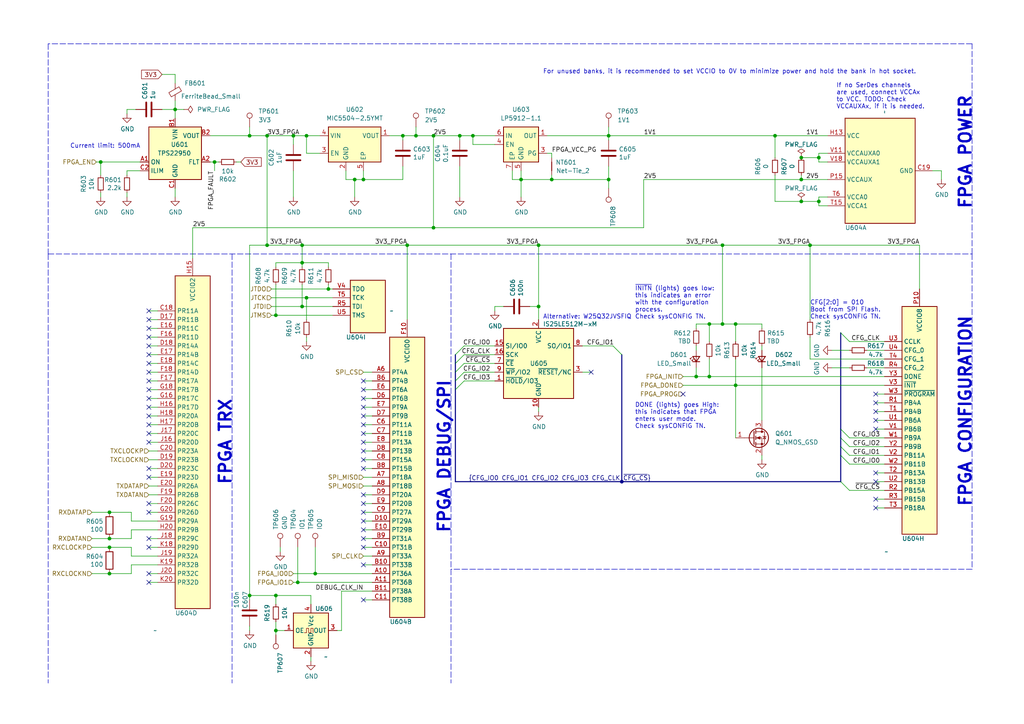
<source format=kicad_sch>
(kicad_sch (version 20211123) (generator eeschema)

  (uuid e6861313-0042-44a8-a0bd-deae1d0fda2f)

  (paper "A4")

  

  (junction (at 232.41 52.07) (diameter 0) (color 0 0 0 0)
    (uuid 01e26b73-600c-4a64-bdda-90283991ec5b)
  )
  (junction (at 72.39 39.37) (diameter 0) (color 0 0 0 0)
    (uuid 06dfeb88-f962-4ea2-b38a-39d1258be817)
  )
  (junction (at 31.75 148.59) (diameter 0) (color 0 0 0 0)
    (uuid 0d486e1b-ec2a-4c13-b68c-5a8bc7fbed29)
  )
  (junction (at 156.21 88.9) (diameter 0) (color 0 0 0 0)
    (uuid 113e5ba1-45db-4713-a4db-9ce8a01e32b5)
  )
  (junction (at 88.9 39.37) (diameter 0) (color 0 0 0 0)
    (uuid 129519b5-bc1e-406a-b3ff-f03ddcb3f164)
  )
  (junction (at 205.74 93.98) (diameter 0) (color 0 0 0 0)
    (uuid 175a04b6-29eb-4bba-9e0a-ea2dc8a0d5c6)
  )
  (junction (at 237.49 58.42) (diameter 0) (color 0 0 0 0)
    (uuid 19963ee3-b1fd-4164-b945-c72377549360)
  )
  (junction (at 180.34 139.7) (diameter 0) (color 0 0 0 0)
    (uuid 1d268795-fec4-4de3-aede-06987ab4f575)
  )
  (junction (at 209.55 93.98) (diameter 0) (color 0 0 0 0)
    (uuid 241141d8-eefb-4ed3-afda-7ac5b7738674)
  )
  (junction (at 31.75 158.75) (diameter 0) (color 0 0 0 0)
    (uuid 29c84d61-59a9-4bce-97ae-96a4ad953873)
  )
  (junction (at 80.01 172.72) (diameter 0) (color 0 0 0 0)
    (uuid 392d2075-8af3-405f-aa66-719b5a8b3345)
  )
  (junction (at 87.63 76.2) (diameter 0) (color 0 0 0 0)
    (uuid 3b8b8703-9053-44ea-a92f-4d0312c39d01)
  )
  (junction (at 213.36 111.76) (diameter 0) (color 0 0 0 0)
    (uuid 3f47f4d5-9b38-496f-9479-a87157351b4d)
  )
  (junction (at 176.53 39.37) (diameter 0) (color 0 0 0 0)
    (uuid 4499aa0b-b87b-424c-8c84-6cba11893b29)
  )
  (junction (at 85.09 39.37) (diameter 0) (color 0 0 0 0)
    (uuid 4515fcae-24fb-4e0d-af9c-772b2ddb3754)
  )
  (junction (at 80.01 182.88) (diameter 0) (color 0 0 0 0)
    (uuid 4d819a31-f9aa-4662-a958-7d3cc3434aa9)
  )
  (junction (at 29.21 46.99) (diameter 0) (color 0 0 0 0)
    (uuid 52faaf0a-32c9-4779-87ee-ab7d6dfca769)
  )
  (junction (at 105.41 52.07) (diameter 0) (color 0 0 0 0)
    (uuid 5e58e5bc-c589-4204-bb8e-5af05f3bc287)
  )
  (junction (at 95.25 83.82) (diameter 0) (color 0 0 0 0)
    (uuid 60b9792a-cb51-4b9a-8bbb-65b72527665d)
  )
  (junction (at 224.79 39.37) (diameter 0) (color 0 0 0 0)
    (uuid 69884a0b-c9c4-4511-b292-6c1f01159160)
  )
  (junction (at 201.93 109.22) (diameter 0) (color 0 0 0 0)
    (uuid 71882647-1247-4cd5-ba3c-4329fa6c3ea8)
  )
  (junction (at 87.63 71.12) (diameter 0) (color 0 0 0 0)
    (uuid 719f3165-005a-4e49-9359-8d711a64f97e)
  )
  (junction (at 31.75 156.21) (diameter 0) (color 0 0 0 0)
    (uuid 7d551cc8-80c5-40d0-a988-3a7d0922c903)
  )
  (junction (at 50.8 31.75) (diameter 0) (color 0 0 0 0)
    (uuid 86c7d8f2-1ff5-445f-814d-34b4119c8e50)
  )
  (junction (at 80.01 91.44) (diameter 0) (color 0 0 0 0)
    (uuid 8a5d9b85-7762-4fea-840d-0540048f2180)
  )
  (junction (at 234.95 71.12) (diameter 0) (color 0 0 0 0)
    (uuid 8ab6a98d-3da8-4eae-b246-010cfaacbb09)
  )
  (junction (at 125.73 39.37) (diameter 0) (color 0 0 0 0)
    (uuid 8ac1e099-396c-4d3b-ab79-f864e5a18abc)
  )
  (junction (at 133.35 39.37) (diameter 0) (color 0 0 0 0)
    (uuid 910b2248-fdad-4462-ad7e-bb8bcb6a0e43)
  )
  (junction (at 137.16 39.37) (diameter 0) (color 0 0 0 0)
    (uuid 943e3f01-be82-4325-afd8-80ee519d19c2)
  )
  (junction (at 116.84 39.37) (diameter 0) (color 0 0 0 0)
    (uuid 9c13430b-29c7-4f7b-a0d9-fa96931c6a79)
  )
  (junction (at 77.47 71.12) (diameter 0) (color 0 0 0 0)
    (uuid 9d726789-51e2-4caf-a972-eacf04228c83)
  )
  (junction (at 31.75 166.37) (diameter 0) (color 0 0 0 0)
    (uuid 9d835ca6-eab2-430e-8507-201b163d4a71)
  )
  (junction (at 86.36 168.91) (diameter 0) (color 0 0 0 0)
    (uuid a844a060-e560-4c5a-af7b-0b1046e597fb)
  )
  (junction (at 77.47 39.37) (diameter 0) (color 0 0 0 0)
    (uuid ad22c593-6a9b-4af4-b68e-0bedcb1a436b)
  )
  (junction (at 62.23 46.99) (diameter 0) (color 0 0 0 0)
    (uuid b185df74-1fd1-4fef-b437-402d01fd2139)
  )
  (junction (at 120.65 39.37) (diameter 0) (color 0 0 0 0)
    (uuid b6d04da3-5214-4dc2-8297-23f24e016842)
  )
  (junction (at 209.55 71.12) (diameter 0) (color 0 0 0 0)
    (uuid bed2f8e2-b64f-4424-97ef-13e997f59ce2)
  )
  (junction (at 237.49 45.72) (diameter 0) (color 0 0 0 0)
    (uuid bef4af2e-419f-40de-99cf-11316b9cd937)
  )
  (junction (at 102.87 52.07) (diameter 0) (color 0 0 0 0)
    (uuid c64d7246-04ce-436f-b7c6-f2a211fe0335)
  )
  (junction (at 232.41 45.72) (diameter 0) (color 0 0 0 0)
    (uuid c6a7690e-9b50-478f-8181-9c7edb7efd98)
  )
  (junction (at 213.36 93.98) (diameter 0) (color 0 0 0 0)
    (uuid caf935bd-1e71-41ca-84e2-5c51f56be8a2)
  )
  (junction (at 72.39 172.72) (diameter 0) (color 0 0 0 0)
    (uuid cc8729cb-34c6-4ed5-83e7-9e6252e4fcd0)
  )
  (junction (at 125.73 66.04) (diameter 0) (color 0 0 0 0)
    (uuid d0a7b184-e68e-442b-af28-d9b15579cd01)
  )
  (junction (at 88.9 86.36) (diameter 0) (color 0 0 0 0)
    (uuid dd70b6df-d559-40a7-bc3b-c233ac555e02)
  )
  (junction (at 151.13 52.07) (diameter 0) (color 0 0 0 0)
    (uuid e07747b5-ad95-44e7-a60f-1d6d0397861e)
  )
  (junction (at 160.02 52.07) (diameter 0) (color 0 0 0 0)
    (uuid ee57107f-3326-407a-82c1-d8c2e2029936)
  )
  (junction (at 205.74 109.22) (diameter 0) (color 0 0 0 0)
    (uuid efab906c-d6c1-4655-96ac-4947c2e7a976)
  )
  (junction (at 232.41 58.42) (diameter 0) (color 0 0 0 0)
    (uuid f32e6b77-2cd1-483d-a9bd-1198a3e1b10d)
  )
  (junction (at 156.21 71.12) (diameter 0) (color 0 0 0 0)
    (uuid f3fd93c8-fe74-4a3c-8553-9a8f33dbf1c2)
  )
  (junction (at 91.44 166.37) (diameter 0) (color 0 0 0 0)
    (uuid f5d947e0-1a40-4be1-b537-55484539f42b)
  )
  (junction (at 176.53 52.07) (diameter 0) (color 0 0 0 0)
    (uuid f6ea5437-c45c-44ca-9fb0-936e609a75fb)
  )
  (junction (at 118.11 71.12) (diameter 0) (color 0 0 0 0)
    (uuid fcce69bc-33c3-4996-ba5b-c1eda94e7634)
  )
  (junction (at 87.63 88.9) (diameter 0) (color 0 0 0 0)
    (uuid fdb404c9-5607-4f4e-961f-aaa1814b16ca)
  )

  (no_connect (at 43.18 92.71) (uuid 0087fb22-ba0c-4acc-b8bc-9fdd9623d4bf))
  (no_connect (at 43.18 146.05) (uuid 092bc9ec-e3c7-4eae-b7f7-77b94e386478))
  (no_connect (at 43.18 125.73) (uuid 0d616157-6bdf-45aa-bced-1021f97957e2))
  (no_connect (at 43.18 118.11) (uuid 0d616157-6bdf-45aa-bced-1021f97957e3))
  (no_connect (at 43.18 120.65) (uuid 0d616157-6bdf-45aa-bced-1021f97957e4))
  (no_connect (at 43.18 123.19) (uuid 0d616157-6bdf-45aa-bced-1021f97957e5))
  (no_connect (at 171.45 107.95) (uuid 0d97e9cd-c31a-4ad5-a968-c012e35fc182))
  (no_connect (at 105.41 113.03) (uuid 12bb232f-8d44-416d-9f9a-c3817e1f9a82))
  (no_connect (at 105.41 163.83) (uuid 17062b70-c549-4bcd-b5f3-6b5f30bea7aa))
  (no_connect (at 105.41 123.19) (uuid 1856bedc-4340-4752-b096-e6d8f5bcf31b))
  (no_connect (at 105.41 110.49) (uuid 1b346ad8-49c1-4d9a-9e92-c03d189ee1dd))
  (no_connect (at 43.18 156.21) (uuid 20d1812c-cd35-4c64-908b-bbd37c456360))
  (no_connect (at 105.41 118.11) (uuid 20d359e1-1836-4cbc-af2f-3630566df0d0))
  (no_connect (at 43.18 158.75) (uuid 27d1c3c8-1813-43b9-877b-d67d9b61a694))
  (no_connect (at 105.41 135.89) (uuid 2f4cdc79-030c-4165-a024-a7947d41e2fa))
  (no_connect (at 105.41 143.51) (uuid 39110e7c-525d-47be-9ab5-6a9c05261880))
  (no_connect (at 43.18 166.37) (uuid 39507dbc-d91c-4e92-a89e-2259b7223eca))
  (no_connect (at 43.18 100.33) (uuid 3edb3167-e45b-49a4-a46e-0c3b66c8794c))
  (no_connect (at 254 139.7) (uuid 44d1208f-3dab-4b1f-a881-04d6516bd03a))
  (no_connect (at 43.18 110.49) (uuid 469a0a3e-9e33-4569-a802-6a64c4500215))
  (no_connect (at 105.41 148.59) (uuid 532043c0-7b92-4671-9c04-5a267bef43fd))
  (no_connect (at 198.12 114.3) (uuid 5cef7952-c5d9-4b64-8654-67db4abb18c3))
  (no_connect (at 105.41 156.21) (uuid 5d18cfa1-cd09-446a-be68-ac5734008cfe))
  (no_connect (at 254 116.84) (uuid 5f980097-c3af-4712-b759-d76150575b23))
  (no_connect (at 105.41 146.05) (uuid 61a081bd-8501-47d3-bd39-7d1a0c21cff0))
  (no_connect (at 43.18 97.79) (uuid 65ec770c-f207-4c98-84df-4fface0e5735))
  (no_connect (at 254 114.3) (uuid 74de4f60-8e78-40c1-a3fb-3b6879fff038))
  (no_connect (at 43.18 168.91) (uuid 7a9ccfdf-f203-42e3-a246-c7952ed42301))
  (no_connect (at 105.41 151.13) (uuid 7c2c06b3-79e4-4293-931d-2fa96c3a5eb8))
  (no_connect (at 43.18 105.41) (uuid 8511434d-1111-416b-b59e-7f7fab3537d6))
  (no_connect (at 43.18 102.87) (uuid 878ae374-4f73-4474-bde8-ea148af29188))
  (no_connect (at 254 137.16) (uuid 8fd6b421-fd42-4b9c-9ec5-7fe6ad287c38))
  (no_connect (at 43.18 113.03) (uuid 952ad99e-d3ed-4ada-99ce-e2c704402aab))
  (no_connect (at 105.41 130.81) (uuid 9eb7170b-3da1-457a-910a-997869bded1a))
  (no_connect (at 43.18 90.17) (uuid 9ec70d98-75ce-4ab7-9e1f-60ef736cb193))
  (no_connect (at 105.41 128.27) (uuid a00238f5-72d6-40e7-b73e-3ffd08ceee7e))
  (no_connect (at 105.41 153.67) (uuid a0a81c39-62ab-483b-92e8-438842cf19fc))
  (no_connect (at 43.18 107.95) (uuid a5f92b36-b8f4-4a10-90da-5695567ef3ec))
  (no_connect (at 105.41 115.57) (uuid b1011abf-258e-4cab-a44d-332b4651c3f5))
  (no_connect (at 254 121.92) (uuid be7de968-33ef-4f91-8b12-f0d3a2050b4c))
  (no_connect (at 105.41 125.73) (uuid c5674969-13d8-40d2-99ca-df9adcd5445d))
  (no_connect (at 105.41 158.75) (uuid c6c4013d-3700-4ed7-9261-acfb9c8eeaa7))
  (no_connect (at 105.41 120.65) (uuid cdd6a1ea-c980-432f-ae87-d2e371cec527))
  (no_connect (at 43.18 138.43) (uuid d2a1dfde-6514-44a0-868d-aeae5393d2b9))
  (no_connect (at 254 144.78) (uuid d5984c9f-d7d6-4880-9ccf-8cd0f0739db2))
  (no_connect (at 43.18 115.57) (uuid d6e25b57-4f73-4a9e-96e1-2afe3109a444))
  (no_connect (at 254 119.38) (uuid dc7a756e-09f4-4e54-84a6-91b102dbd2de))
  (no_connect (at 254 124.46) (uuid e08881a7-ea9c-46a7-bd76-7c0809750c00))
  (no_connect (at 43.18 95.25) (uuid e3394ed9-1c21-4e5c-bcea-5e971d8a7cf7))
  (no_connect (at 254 147.32) (uuid ede8c8b8-df9b-4773-bea5-99eda1e39312))
  (no_connect (at 105.41 173.99) (uuid f3e9a2b1-bb51-4ad1-8079-e7d788831e63))
  (no_connect (at 43.18 135.89) (uuid f5ab30bd-8933-4d63-90be-5a945f7dcc81))
  (no_connect (at 43.18 148.59) (uuid f62364e9-06e8-4878-a9f6-c9fb562d98a1))
  (no_connect (at 43.18 128.27) (uuid f76de2de-56c9-4236-84f0-f5b7fc28e87a))
  (no_connect (at 105.41 133.35) (uuid fdcc1581-186c-4c19-b4e5-135f15587d55))

  (bus_entry (at 243.84 129.54) (size 2.54 2.54)
    (stroke (width 0) (type default) (color 0 0 0 0))
    (uuid 1298f126-2352-48f2-825f-de17742fc4db)
  )
  (bus_entry (at 132.08 113.03) (size 2.54 -2.54)
    (stroke (width 0) (type default) (color 0 0 0 0))
    (uuid 23b51995-fe23-4d97-a066-5f4147818f87)
  )
  (bus_entry (at 177.8 100.33) (size 2.54 2.54)
    (stroke (width 0) (type default) (color 0 0 0 0))
    (uuid 665861bb-3c85-43bc-9dc7-9c72219f317e)
  )
  (bus_entry (at 243.84 132.08) (size 2.54 2.54)
    (stroke (width 0) (type default) (color 0 0 0 0))
    (uuid 75a9480d-8ac3-41df-9f4f-5d9ed7a1782e)
  )
  (bus_entry (at 132.08 110.49) (size 2.54 -2.54)
    (stroke (width 0) (type default) (color 0 0 0 0))
    (uuid 785dddf9-3cf0-4e85-8632-1a314bbc34b2)
  )
  (bus_entry (at 243.84 124.46) (size 2.54 2.54)
    (stroke (width 0) (type default) (color 0 0 0 0))
    (uuid 8ce16e23-12f4-46be-951f-c046f1bd3479)
  )
  (bus_entry (at 243.84 127) (size 2.54 2.54)
    (stroke (width 0) (type default) (color 0 0 0 0))
    (uuid ae509cef-b2d4-4701-bd39-f4d022ead86d)
  )
  (bus_entry (at 132.08 105.41) (size 2.54 -2.54)
    (stroke (width 0) (type default) (color 0 0 0 0))
    (uuid cc888799-c0b4-4c79-87f8-a4a62f5d81d0)
  )
  (bus_entry (at 132.08 107.95) (size 2.54 -2.54)
    (stroke (width 0) (type default) (color 0 0 0 0))
    (uuid cc888799-c0b4-4c79-87f8-a4a62f5d81d1)
  )
  (bus_entry (at 134.62 100.33) (size -2.54 2.54)
    (stroke (width 0) (type default) (color 0 0 0 0))
    (uuid cc888799-c0b4-4c79-87f8-a4a62f5d81d2)
  )
  (bus_entry (at 243.84 139.7) (size 2.54 2.54)
    (stroke (width 0) (type default) (color 0 0 0 0))
    (uuid dbd2f208-6165-4a10-afab-a9eb941486a4)
  )
  (bus_entry (at 243.84 96.52) (size 2.54 2.54)
    (stroke (width 0) (type default) (color 0 0 0 0))
    (uuid fe7571cb-0e18-4010-9006-7209546aee72)
  )

  (wire (pts (xy 26.67 158.75) (xy 31.75 158.75))
    (stroke (width 0) (type default) (color 0 0 0 0))
    (uuid 03637e18-e11c-4b9f-90f4-25e02d3e8f6b)
  )
  (wire (pts (xy 232.41 52.07) (xy 240.03 52.07))
    (stroke (width 0) (type default) (color 0 0 0 0))
    (uuid 0369059b-f0e3-43f4-93b1-43f55e5701d9)
  )
  (wire (pts (xy 234.95 71.12) (xy 266.7 71.12))
    (stroke (width 0) (type default) (color 0 0 0 0))
    (uuid 04033699-6db0-441b-8bf7-eec0c4b3b674)
  )
  (wire (pts (xy 153.67 88.9) (xy 156.21 88.9))
    (stroke (width 0) (type default) (color 0 0 0 0))
    (uuid 0425ec97-e253-4a46-b091-21d322475faa)
  )
  (wire (pts (xy 246.38 127) (xy 256.54 127))
    (stroke (width 0) (type default) (color 0 0 0 0))
    (uuid 04e1fb0d-fb90-4b59-8c10-a2e6b65a5e0f)
  )
  (wire (pts (xy 120.65 36.83) (xy 120.65 39.37))
    (stroke (width 0) (type default) (color 0 0 0 0))
    (uuid 0707c5da-9a1d-47d9-a0ef-54a24041412e)
  )
  (wire (pts (xy 105.41 138.43) (xy 107.95 138.43))
    (stroke (width 0) (type default) (color 0 0 0 0))
    (uuid 09033c23-8490-4e5c-b958-1ecb82045303)
  )
  (wire (pts (xy 116.84 52.07) (xy 105.41 52.07))
    (stroke (width 0) (type default) (color 0 0 0 0))
    (uuid 0921de0c-8fc3-4d1f-88cb-63d24873b3da)
  )
  (wire (pts (xy 26.67 148.59) (xy 31.75 148.59))
    (stroke (width 0) (type default) (color 0 0 0 0))
    (uuid 0923fc8c-f40c-4491-87fe-a32c6de91bcd)
  )
  (wire (pts (xy 220.98 93.98) (xy 213.36 93.98))
    (stroke (width 0) (type default) (color 0 0 0 0))
    (uuid 098da118-9076-4855-b433-1fb81c3b9831)
  )
  (wire (pts (xy 125.73 39.37) (xy 125.73 66.04))
    (stroke (width 0) (type default) (color 0 0 0 0))
    (uuid 09ff688e-ba8b-4c2c-9356-baf8f4c521c9)
  )
  (wire (pts (xy 251.46 101.6) (xy 256.54 101.6))
    (stroke (width 0) (type default) (color 0 0 0 0))
    (uuid 0a0efa78-3dbd-44e2-9cac-bbbc1514cb4a)
  )
  (wire (pts (xy 72.39 36.83) (xy 72.39 39.37))
    (stroke (width 0) (type default) (color 0 0 0 0))
    (uuid 0c73103a-2b41-4ced-af99-eb4949f4b4f0)
  )
  (wire (pts (xy 156.21 88.9) (xy 156.21 92.71))
    (stroke (width 0) (type default) (color 0 0 0 0))
    (uuid 0d1e86b7-c2d8-4e50-ac4c-c62920b2a087)
  )
  (wire (pts (xy 95.25 82.55) (xy 95.25 83.82))
    (stroke (width 0) (type default) (color 0 0 0 0))
    (uuid 0d2a10ee-921c-42f5-83bb-425e3bc88b08)
  )
  (wire (pts (xy 90.17 190.5) (xy 90.17 191.77))
    (stroke (width 0) (type default) (color 0 0 0 0))
    (uuid 0dfd3030-be04-4d31-ab7a-5e9d80308efc)
  )
  (wire (pts (xy 151.13 52.07) (xy 148.59 52.07))
    (stroke (width 0) (type default) (color 0 0 0 0))
    (uuid 0fa9d8e0-f86b-467e-a658-735787770ec8)
  )
  (wire (pts (xy 254 144.78) (xy 256.54 144.78))
    (stroke (width 0) (type default) (color 0 0 0 0))
    (uuid 10b73343-3a3a-4377-b401-04c4334fea4e)
  )
  (wire (pts (xy 116.84 48.26) (xy 116.84 52.07))
    (stroke (width 0) (type default) (color 0 0 0 0))
    (uuid 11125720-5949-4a0e-b685-8c6f383d8a6d)
  )
  (wire (pts (xy 201.93 106.68) (xy 201.93 109.22))
    (stroke (width 0) (type default) (color 0 0 0 0))
    (uuid 11168d98-69e0-4d4e-b056-bbf2b1c1162f)
  )
  (wire (pts (xy 80.01 172.72) (xy 80.01 175.26))
    (stroke (width 0) (type default) (color 0 0 0 0))
    (uuid 116f0b71-d5d7-4690-a677-68fa8ebbc7ce)
  )
  (wire (pts (xy 85.09 39.37) (xy 88.9 39.37))
    (stroke (width 0) (type default) (color 0 0 0 0))
    (uuid 11c13a18-3f13-4869-b564-c6a02043f431)
  )
  (wire (pts (xy 143.51 39.37) (xy 137.16 39.37))
    (stroke (width 0) (type default) (color 0 0 0 0))
    (uuid 11f89246-6d3a-4e08-ad3c-f9bca4de7df2)
  )
  (wire (pts (xy 43.18 166.37) (xy 45.72 166.37))
    (stroke (width 0) (type default) (color 0 0 0 0))
    (uuid 12236ce1-b1d9-4ab2-93b0-cfa25b714ba6)
  )
  (wire (pts (xy 213.36 104.14) (xy 213.36 111.76))
    (stroke (width 0) (type default) (color 0 0 0 0))
    (uuid 13380b01-72cd-478f-b7b2-689e6f5dbf2a)
  )
  (wire (pts (xy 240.03 59.69) (xy 237.49 59.69))
    (stroke (width 0) (type default) (color 0 0 0 0))
    (uuid 13c7091d-bd4a-4afc-83f5-500c48a0936a)
  )
  (wire (pts (xy 220.98 106.68) (xy 220.98 121.92))
    (stroke (width 0) (type default) (color 0 0 0 0))
    (uuid 14e5c329-6fc9-49e6-8c2c-39adc3fa7bae)
  )
  (wire (pts (xy 43.18 168.91) (xy 45.72 168.91))
    (stroke (width 0) (type default) (color 0 0 0 0))
    (uuid 159cc0ef-92d5-45e7-a973-60f5f57578cc)
  )
  (wire (pts (xy 105.41 115.57) (xy 107.95 115.57))
    (stroke (width 0) (type default) (color 0 0 0 0))
    (uuid 15e11933-fc6e-47fb-9c0b-3a3f0e3fabd8)
  )
  (wire (pts (xy 176.53 40.64) (xy 176.53 39.37))
    (stroke (width 0) (type default) (color 0 0 0 0))
    (uuid 17002779-37cb-4a3d-aee4-3b5fd642ee9c)
  )
  (wire (pts (xy 205.74 93.98) (xy 209.55 93.98))
    (stroke (width 0) (type default) (color 0 0 0 0))
    (uuid 190a3cc4-def8-4206-ab90-d00b9e7eaadf)
  )
  (wire (pts (xy 45.72 163.83) (xy 38.1 163.83))
    (stroke (width 0) (type default) (color 0 0 0 0))
    (uuid 1a58cf29-d961-4692-a0a1-d632ea4c6ab7)
  )
  (wire (pts (xy 72.39 172.72) (xy 80.01 172.72))
    (stroke (width 0) (type default) (color 0 0 0 0))
    (uuid 1b08048a-8695-4a55-aeff-ae75b2db373e)
  )
  (wire (pts (xy 224.79 58.42) (xy 232.41 58.42))
    (stroke (width 0) (type default) (color 0 0 0 0))
    (uuid 1bad1199-0938-44f9-ab52-2a7e498ff6c0)
  )
  (wire (pts (xy 43.18 123.19) (xy 45.72 123.19))
    (stroke (width 0) (type default) (color 0 0 0 0))
    (uuid 1e83acf9-f875-442b-9af7-7d56c2f6388b)
  )
  (wire (pts (xy 91.44 166.37) (xy 107.95 166.37))
    (stroke (width 0) (type default) (color 0 0 0 0))
    (uuid 1eff1ed2-3407-4e16-a777-f548c8802211)
  )
  (wire (pts (xy 43.18 125.73) (xy 45.72 125.73))
    (stroke (width 0) (type default) (color 0 0 0 0))
    (uuid 1f5bbee2-ceb8-4588-b96b-14e47354993f)
  )
  (wire (pts (xy 270.51 49.53) (xy 273.05 49.53))
    (stroke (width 0) (type default) (color 0 0 0 0))
    (uuid 225c4518-5534-41b9-a40b-c004e917a6a4)
  )
  (bus (pts (xy 243.84 96.52) (xy 243.84 124.46))
    (stroke (width 0) (type default) (color 0 0 0 0))
    (uuid 233be75f-73b3-47e3-86d1-845f2f10765f)
  )

  (wire (pts (xy 113.03 39.37) (xy 116.84 39.37))
    (stroke (width 0) (type default) (color 0 0 0 0))
    (uuid 256d874c-1002-4dc2-bd0f-2669433749b6)
  )
  (wire (pts (xy 213.36 111.76) (xy 213.36 127))
    (stroke (width 0) (type default) (color 0 0 0 0))
    (uuid 25dc1a21-cfa2-4eb9-bcf7-34af94c2f020)
  )
  (wire (pts (xy 86.36 168.91) (xy 107.95 168.91))
    (stroke (width 0) (type default) (color 0 0 0 0))
    (uuid 2912bb80-8cb2-4697-a185-857c1b03cab6)
  )
  (wire (pts (xy 78.74 86.36) (xy 88.9 86.36))
    (stroke (width 0) (type default) (color 0 0 0 0))
    (uuid 2a4b1e98-fde2-4927-b091-cc26709e525f)
  )
  (wire (pts (xy 105.41 173.99) (xy 107.95 173.99))
    (stroke (width 0) (type default) (color 0 0 0 0))
    (uuid 2a5a3e3b-3755-4ab0-bb6a-c2d439116020)
  )
  (wire (pts (xy 105.41 133.35) (xy 107.95 133.35))
    (stroke (width 0) (type default) (color 0 0 0 0))
    (uuid 2ba91107-8e94-4a22-9b34-e412192b425b)
  )
  (wire (pts (xy 105.41 161.29) (xy 107.95 161.29))
    (stroke (width 0) (type default) (color 0 0 0 0))
    (uuid 2c183096-1d91-4e5e-933c-2e61988f56c9)
  )
  (wire (pts (xy 50.8 31.75) (xy 46.99 31.75))
    (stroke (width 0) (type default) (color 0 0 0 0))
    (uuid 2c186cbf-9cac-4388-adb2-6d310baf89db)
  )
  (wire (pts (xy 29.21 46.99) (xy 40.64 46.99))
    (stroke (width 0) (type default) (color 0 0 0 0))
    (uuid 2c757599-485b-4c00-90fd-b9984ef322e4)
  )
  (wire (pts (xy 254 116.84) (xy 256.54 116.84))
    (stroke (width 0) (type default) (color 0 0 0 0))
    (uuid 2c78c33e-9c1d-4ef7-bd13-b36abcb46a21)
  )
  (wire (pts (xy 246.38 99.06) (xy 256.54 99.06))
    (stroke (width 0) (type default) (color 0 0 0 0))
    (uuid 2dad49a8-e904-47e5-8716-fe6d5c043a10)
  )
  (wire (pts (xy 205.74 104.14) (xy 205.74 109.22))
    (stroke (width 0) (type default) (color 0 0 0 0))
    (uuid 2f3b5da9-bcc4-43a2-aa61-9dc73a67a628)
  )
  (bus (pts (xy 180.34 139.7) (xy 243.84 139.7))
    (stroke (width 0) (type default) (color 0 0 0 0))
    (uuid 3000a14f-349d-4ec6-b5fe-03f3b73a57ab)
  )

  (wire (pts (xy 38.1 153.67) (xy 45.72 153.67))
    (stroke (width 0) (type default) (color 0 0 0 0))
    (uuid 303eed21-ede8-45c4-8669-819bec03ed63)
  )
  (wire (pts (xy 134.62 110.49) (xy 143.51 110.49))
    (stroke (width 0) (type default) (color 0 0 0 0))
    (uuid 3138000d-5110-4977-8c17-49d59c01bc07)
  )
  (wire (pts (xy 90.17 172.72) (xy 90.17 175.26))
    (stroke (width 0) (type default) (color 0 0 0 0))
    (uuid 337a187f-8cb5-4e1c-b983-5a07988e10ac)
  )
  (wire (pts (xy 168.91 107.95) (xy 171.45 107.95))
    (stroke (width 0) (type default) (color 0 0 0 0))
    (uuid 33a7dd22-d797-4de2-ac8e-8fc858d38c2f)
  )
  (bus (pts (xy 132.08 139.7) (xy 180.34 139.7))
    (stroke (width 0) (type default) (color 0 0 0 0))
    (uuid 33c2bcf4-08e9-493a-896a-6bb3e8eb5f0c)
  )

  (wire (pts (xy 160.02 52.07) (xy 176.53 52.07))
    (stroke (width 0) (type default) (color 0 0 0 0))
    (uuid 343041dd-4e81-4eeb-9f2b-c9cccd204dee)
  )
  (wire (pts (xy 116.84 39.37) (xy 120.65 39.37))
    (stroke (width 0) (type default) (color 0 0 0 0))
    (uuid 35cda76d-a0c0-4ebc-8da0-d82b7b8218a6)
  )
  (wire (pts (xy 43.18 148.59) (xy 45.72 148.59))
    (stroke (width 0) (type default) (color 0 0 0 0))
    (uuid 3627952c-2687-4ccf-8e27-33ef308c544d)
  )
  (wire (pts (xy 50.8 21.59) (xy 50.8 24.13))
    (stroke (width 0) (type default) (color 0 0 0 0))
    (uuid 36ef9363-07a2-496f-999c-37d105c20762)
  )
  (wire (pts (xy 148.59 49.53) (xy 148.59 52.07))
    (stroke (width 0) (type default) (color 0 0 0 0))
    (uuid 37f4d6c8-5fb5-469e-8db5-8c1b94f34872)
  )
  (wire (pts (xy 201.93 100.33) (xy 201.93 101.6))
    (stroke (width 0) (type default) (color 0 0 0 0))
    (uuid 38c85382-09ad-4577-a706-2fe3f56156f3)
  )
  (wire (pts (xy 95.25 76.2) (xy 95.25 77.47))
    (stroke (width 0) (type default) (color 0 0 0 0))
    (uuid 3921a141-d594-4e5d-b607-2e3ed30a4534)
  )
  (wire (pts (xy 237.49 45.72) (xy 237.49 46.99))
    (stroke (width 0) (type default) (color 0 0 0 0))
    (uuid 39af2089-6814-43b1-828e-eaeea226f951)
  )
  (wire (pts (xy 29.21 46.99) (xy 29.21 50.8))
    (stroke (width 0) (type default) (color 0 0 0 0))
    (uuid 3a0fa860-a112-499d-8422-83783b796162)
  )
  (wire (pts (xy 137.16 39.37) (xy 137.16 41.91))
    (stroke (width 0) (type default) (color 0 0 0 0))
    (uuid 3be6f857-48f9-4990-9617-3507fd8d2ffd)
  )
  (wire (pts (xy 43.18 140.97) (xy 45.72 140.97))
    (stroke (width 0) (type default) (color 0 0 0 0))
    (uuid 3e677a65-e76a-4a55-b688-95c9eef3cde1)
  )
  (wire (pts (xy 77.47 39.37) (xy 77.47 71.12))
    (stroke (width 0) (type default) (color 0 0 0 0))
    (uuid 3ef1953a-67ef-423c-b675-fe00010e68b4)
  )
  (wire (pts (xy 220.98 100.33) (xy 220.98 101.6))
    (stroke (width 0) (type default) (color 0 0 0 0))
    (uuid 3fb7bd7c-60e9-40e2-bd50-9e1d82dcb749)
  )
  (wire (pts (xy 43.18 120.65) (xy 45.72 120.65))
    (stroke (width 0) (type default) (color 0 0 0 0))
    (uuid 41fc4511-ad21-4276-8888-4e4c322e3b3e)
  )
  (wire (pts (xy 43.18 105.41) (xy 45.72 105.41))
    (stroke (width 0) (type default) (color 0 0 0 0))
    (uuid 425e667d-5b03-4bed-84d4-639d89cc60fb)
  )
  (wire (pts (xy 26.67 156.21) (xy 31.75 156.21))
    (stroke (width 0) (type default) (color 0 0 0 0))
    (uuid 42b84440-61ab-4c77-8a15-d8d2fbc938e8)
  )
  (bus (pts (xy 243.84 129.54) (xy 243.84 132.08))
    (stroke (width 0) (type default) (color 0 0 0 0))
    (uuid 441ac8c6-66b9-4f55-b9c2-b9a74faec4ef)
  )

  (wire (pts (xy 237.49 57.15) (xy 240.03 57.15))
    (stroke (width 0) (type default) (color 0 0 0 0))
    (uuid 45265976-377c-49cd-90cc-aa88115237a1)
  )
  (wire (pts (xy 198.12 109.22) (xy 201.93 109.22))
    (stroke (width 0) (type default) (color 0 0 0 0))
    (uuid 4603a4f0-8cd6-47ce-83a8-696ac92373e1)
  )
  (wire (pts (xy 72.39 39.37) (xy 77.47 39.37))
    (stroke (width 0) (type default) (color 0 0 0 0))
    (uuid 46247f9c-1d4c-4056-9b7c-a5c52a95b71d)
  )
  (wire (pts (xy 254 147.32) (xy 256.54 147.32))
    (stroke (width 0) (type default) (color 0 0 0 0))
    (uuid 4683f639-96fd-4fbc-b6a0-62988337235e)
  )
  (wire (pts (xy 160.02 44.45) (xy 160.02 45.72))
    (stroke (width 0) (type default) (color 0 0 0 0))
    (uuid 469fabc5-be25-4442-8379-f75e907d4aac)
  )
  (wire (pts (xy 80.01 82.55) (xy 80.01 91.44))
    (stroke (width 0) (type default) (color 0 0 0 0))
    (uuid 47d6ed4a-f75e-4902-a9ba-513872e26a4f)
  )
  (bus (pts (xy 132.08 110.49) (xy 132.08 113.03))
    (stroke (width 0) (type default) (color 0 0 0 0))
    (uuid 492cd1a9-4a0d-4e59-a2be-bb74511cf978)
  )

  (wire (pts (xy 91.44 158.75) (xy 91.44 166.37))
    (stroke (width 0) (type default) (color 0 0 0 0))
    (uuid 49420fa1-139d-4750-b447-7b401b61654c)
  )
  (wire (pts (xy 120.65 39.37) (xy 125.73 39.37))
    (stroke (width 0) (type default) (color 0 0 0 0))
    (uuid 4d35aaee-79bd-43ed-b2ba-d21b3994b972)
  )
  (wire (pts (xy 78.74 88.9) (xy 87.63 88.9))
    (stroke (width 0) (type default) (color 0 0 0 0))
    (uuid 4d5e4fb8-0bfe-4998-a74b-69f8123087db)
  )
  (wire (pts (xy 246.38 142.24) (xy 256.54 142.24))
    (stroke (width 0) (type default) (color 0 0 0 0))
    (uuid 4d656316-6b2c-40ae-b2fc-9a4732277fde)
  )
  (wire (pts (xy 88.9 86.36) (xy 88.9 92.71))
    (stroke (width 0) (type default) (color 0 0 0 0))
    (uuid 4e135e62-908f-4c73-b16d-09681378a03a)
  )
  (wire (pts (xy 69.85 46.99) (xy 68.58 46.99))
    (stroke (width 0) (type default) (color 0 0 0 0))
    (uuid 4e33437a-ffe0-444c-acfd-f576b80848af)
  )
  (wire (pts (xy 38.1 166.37) (xy 31.75 166.37))
    (stroke (width 0) (type default) (color 0 0 0 0))
    (uuid 4e6687f8-4652-4247-a7d1-669d6a4080c8)
  )
  (wire (pts (xy 50.8 54.61) (xy 50.8 57.15))
    (stroke (width 0) (type default) (color 0 0 0 0))
    (uuid 4e6cc38e-4269-439d-be9d-f43f88d94df9)
  )
  (wire (pts (xy 134.62 105.41) (xy 143.51 105.41))
    (stroke (width 0) (type default) (color 0 0 0 0))
    (uuid 506d69f6-45c3-440c-8450-7d80b2b6fc1c)
  )
  (wire (pts (xy 85.09 168.91) (xy 86.36 168.91))
    (stroke (width 0) (type default) (color 0 0 0 0))
    (uuid 512f3d52-96a9-4eb7-8cf3-127311d0d270)
  )
  (wire (pts (xy 220.98 132.08) (xy 220.98 133.35))
    (stroke (width 0) (type default) (color 0 0 0 0))
    (uuid 5220e5ac-741a-4254-905e-ca28c340aee4)
  )
  (wire (pts (xy 118.11 71.12) (xy 87.63 71.12))
    (stroke (width 0) (type default) (color 0 0 0 0))
    (uuid 52483e12-4792-45cf-abbf-6103a6291faf)
  )
  (wire (pts (xy 201.93 93.98) (xy 205.74 93.98))
    (stroke (width 0) (type default) (color 0 0 0 0))
    (uuid 5487b281-7b20-4e21-8a23-7df20f611934)
  )
  (wire (pts (xy 254 137.16) (xy 256.54 137.16))
    (stroke (width 0) (type default) (color 0 0 0 0))
    (uuid 55bb037d-6d63-46e2-a397-7822f8f4f42d)
  )
  (wire (pts (xy 254 114.3) (xy 256.54 114.3))
    (stroke (width 0) (type default) (color 0 0 0 0))
    (uuid 55cc6d71-3a4a-43f7-a367-73a33c7079a8)
  )
  (wire (pts (xy 38.1 148.59) (xy 31.75 148.59))
    (stroke (width 0) (type default) (color 0 0 0 0))
    (uuid 55e4057e-b9e7-42f3-95f5-ea0b6a80ec5f)
  )
  (wire (pts (xy 125.73 66.04) (xy 186.69 66.04))
    (stroke (width 0) (type default) (color 0 0 0 0))
    (uuid 55f56ab6-7a70-49d1-9132-e59a034be778)
  )
  (polyline (pts (xy 13.97 12.7) (xy 13.97 73.66))
    (stroke (width 0) (type default) (color 0 0 0 0))
    (uuid 56165409-f3c9-428a-bc2a-594e30ee5771)
  )

  (wire (pts (xy 105.41 107.95) (xy 107.95 107.95))
    (stroke (width 0) (type default) (color 0 0 0 0))
    (uuid 57570dea-7c20-435b-96a2-cb0d49f319e3)
  )
  (polyline (pts (xy 281.94 73.66) (xy 281.94 165.1))
    (stroke (width 0) (type default) (color 0 0 0 0))
    (uuid 57775cdc-e791-4d22-93f3-a382725b0408)
  )

  (wire (pts (xy 201.93 95.25) (xy 201.93 93.98))
    (stroke (width 0) (type default) (color 0 0 0 0))
    (uuid 5957d983-10f6-4dd6-8692-5c2455acbc9b)
  )
  (wire (pts (xy 85.09 166.37) (xy 91.44 166.37))
    (stroke (width 0) (type default) (color 0 0 0 0))
    (uuid 597c5052-2730-4397-9140-1229618fa673)
  )
  (wire (pts (xy 63.5 46.99) (xy 62.23 46.99))
    (stroke (width 0) (type default) (color 0 0 0 0))
    (uuid 59c98682-5237-47ea-8d8b-f2bc6f82f30c)
  )
  (wire (pts (xy 254 139.7) (xy 256.54 139.7))
    (stroke (width 0) (type default) (color 0 0 0 0))
    (uuid 5a125c62-c647-4d14-b1eb-4dc28c0971e0)
  )
  (wire (pts (xy 62.23 46.99) (xy 62.23 49.53))
    (stroke (width 0) (type default) (color 0 0 0 0))
    (uuid 5bf3e2c1-ace5-4d35-bf69-ba247864dace)
  )
  (wire (pts (xy 99.06 171.45) (xy 99.06 182.88))
    (stroke (width 0) (type default) (color 0 0 0 0))
    (uuid 5cc04aae-153f-46c2-9ada-74b847d93476)
  )
  (wire (pts (xy 55.88 66.04) (xy 55.88 74.93))
    (stroke (width 0) (type default) (color 0 0 0 0))
    (uuid 5d920a56-3efc-4e59-a2a2-c89067b2a3aa)
  )
  (wire (pts (xy 160.02 50.8) (xy 160.02 52.07))
    (stroke (width 0) (type default) (color 0 0 0 0))
    (uuid 5e22ab11-308e-49d9-ab43-c7a77ff3b439)
  )
  (wire (pts (xy 105.41 151.13) (xy 107.95 151.13))
    (stroke (width 0) (type default) (color 0 0 0 0))
    (uuid 5e7f4ce2-d2f5-4380-8e7b-5660fdfe4130)
  )
  (wire (pts (xy 134.62 102.87) (xy 143.51 102.87))
    (stroke (width 0) (type default) (color 0 0 0 0))
    (uuid 5ef519c5-bcbd-4175-9cab-1c75bf5a49fa)
  )
  (wire (pts (xy 213.36 93.98) (xy 213.36 99.06))
    (stroke (width 0) (type default) (color 0 0 0 0))
    (uuid 5f1a6f6d-9bb9-4f7c-aaa0-28a3940c2937)
  )
  (wire (pts (xy 224.79 50.8) (xy 224.79 58.42))
    (stroke (width 0) (type default) (color 0 0 0 0))
    (uuid 5f5ea7d1-c213-48f6-af84-310c56ddb7fa)
  )
  (wire (pts (xy 27.94 46.99) (xy 29.21 46.99))
    (stroke (width 0) (type default) (color 0 0 0 0))
    (uuid 6069af22-9cd2-4278-bff1-c0340171c536)
  )
  (wire (pts (xy 176.53 39.37) (xy 224.79 39.37))
    (stroke (width 0) (type default) (color 0 0 0 0))
    (uuid 61c20500-0d9a-4a37-9934-ba9e6c0a7a5b)
  )
  (wire (pts (xy 105.41 128.27) (xy 107.95 128.27))
    (stroke (width 0) (type default) (color 0 0 0 0))
    (uuid 61f5f0a5-fb3d-4f9c-9810-a24cf7092c7e)
  )
  (wire (pts (xy 43.18 158.75) (xy 45.72 158.75))
    (stroke (width 0) (type default) (color 0 0 0 0))
    (uuid 640af0e2-6f44-4a8d-81c1-8f609be63480)
  )
  (wire (pts (xy 105.41 156.21) (xy 107.95 156.21))
    (stroke (width 0) (type default) (color 0 0 0 0))
    (uuid 65f878e8-ada0-4cae-9fbe-889c143f16e8)
  )
  (wire (pts (xy 133.35 48.26) (xy 133.35 57.15))
    (stroke (width 0) (type default) (color 0 0 0 0))
    (uuid 67bf222f-f41a-4056-b80b-0df18f83bd44)
  )
  (wire (pts (xy 85.09 57.15) (xy 85.09 49.53))
    (stroke (width 0) (type default) (color 0 0 0 0))
    (uuid 68473ea2-acd6-46d5-b4ed-16ef8125eb2e)
  )
  (wire (pts (xy 62.23 46.99) (xy 60.96 46.99))
    (stroke (width 0) (type default) (color 0 0 0 0))
    (uuid 6a5a0022-8ac3-4c3a-87b9-0b56799725cf)
  )
  (wire (pts (xy 105.41 143.51) (xy 107.95 143.51))
    (stroke (width 0) (type default) (color 0 0 0 0))
    (uuid 6ae9b7d0-1bb7-4a28-9102-bddc232ab8ad)
  )
  (wire (pts (xy 88.9 44.45) (xy 92.71 44.45))
    (stroke (width 0) (type default) (color 0 0 0 0))
    (uuid 6b1807f3-eb34-4989-9cf5-db4c42a4e14e)
  )
  (wire (pts (xy 43.18 143.51) (xy 45.72 143.51))
    (stroke (width 0) (type default) (color 0 0 0 0))
    (uuid 6c2cf724-61c3-41e7-b18d-49bffd471165)
  )
  (wire (pts (xy 105.41 123.19) (xy 107.95 123.19))
    (stroke (width 0) (type default) (color 0 0 0 0))
    (uuid 6d2191e4-1d00-49f1-aa75-bc900ac20065)
  )
  (wire (pts (xy 88.9 86.36) (xy 96.52 86.36))
    (stroke (width 0) (type default) (color 0 0 0 0))
    (uuid 6dbde7b2-5cc3-4f54-9fa7-8e9e342f5a44)
  )
  (wire (pts (xy 85.09 41.91) (xy 85.09 39.37))
    (stroke (width 0) (type default) (color 0 0 0 0))
    (uuid 6e22425f-043a-4276-b5da-989aa5267648)
  )
  (wire (pts (xy 105.41 163.83) (xy 107.95 163.83))
    (stroke (width 0) (type default) (color 0 0 0 0))
    (uuid 6fcc2e15-6a87-43cb-abe4-16b1839e643b)
  )
  (wire (pts (xy 105.41 110.49) (xy 107.95 110.49))
    (stroke (width 0) (type default) (color 0 0 0 0))
    (uuid 70167350-04c0-4297-9380-27d21d105391)
  )
  (wire (pts (xy 43.18 138.43) (xy 45.72 138.43))
    (stroke (width 0) (type default) (color 0 0 0 0))
    (uuid 7032a80e-3fc8-4d3b-bb2c-aeffc3aae4f0)
  )
  (wire (pts (xy 105.41 125.73) (xy 107.95 125.73))
    (stroke (width 0) (type default) (color 0 0 0 0))
    (uuid 70c0de17-ee1a-45e6-a7cf-91cf99389c09)
  )
  (wire (pts (xy 88.9 97.79) (xy 88.9 99.06))
    (stroke (width 0) (type default) (color 0 0 0 0))
    (uuid 71795c7d-c04d-42e2-8fde-c5ca6c2f72b6)
  )
  (wire (pts (xy 43.18 97.79) (xy 45.72 97.79))
    (stroke (width 0) (type default) (color 0 0 0 0))
    (uuid 72494b87-af69-4335-85d7-c0c5df491fc8)
  )
  (wire (pts (xy 77.47 71.12) (xy 72.39 71.12))
    (stroke (width 0) (type default) (color 0 0 0 0))
    (uuid 72758d95-b405-47c5-9122-5a24de7a38f4)
  )
  (wire (pts (xy 36.83 31.75) (xy 36.83 33.02))
    (stroke (width 0) (type default) (color 0 0 0 0))
    (uuid 728c79e9-5768-4bc5-81e1-e9810ba43862)
  )
  (wire (pts (xy 198.12 111.76) (xy 213.36 111.76))
    (stroke (width 0) (type default) (color 0 0 0 0))
    (uuid 73f95aeb-8766-4d3d-94f7-d626a0133193)
  )
  (wire (pts (xy 100.33 49.53) (xy 100.33 52.07))
    (stroke (width 0) (type default) (color 0 0 0 0))
    (uuid 7637da43-e0a1-4c5a-a801-2980c92297a6)
  )
  (wire (pts (xy 220.98 95.25) (xy 220.98 93.98))
    (stroke (width 0) (type default) (color 0 0 0 0))
    (uuid 7641f242-279d-4500-93d3-ff3ca7cf16ab)
  )
  (wire (pts (xy 266.7 83.82) (xy 266.7 71.12))
    (stroke (width 0) (type default) (color 0 0 0 0))
    (uuid 76ac38f6-aad1-4122-8468-fdc4cdb5ca86)
  )
  (wire (pts (xy 237.49 44.45) (xy 237.49 45.72))
    (stroke (width 0) (type default) (color 0 0 0 0))
    (uuid 77867321-d376-411d-a2b2-f937e88f24e0)
  )
  (wire (pts (xy 43.18 130.81) (xy 45.72 130.81))
    (stroke (width 0) (type default) (color 0 0 0 0))
    (uuid 77a2e314-bda1-4599-ba9a-16f4f9182f93)
  )
  (wire (pts (xy 125.73 39.37) (xy 133.35 39.37))
    (stroke (width 0) (type default) (color 0 0 0 0))
    (uuid 78b88b6a-78cb-4332-99e1-9ed8058d0a09)
  )
  (wire (pts (xy 105.41 153.67) (xy 107.95 153.67))
    (stroke (width 0) (type default) (color 0 0 0 0))
    (uuid 796e096e-e50f-4d57-806d-e76b646a408a)
  )
  (wire (pts (xy 105.41 130.81) (xy 107.95 130.81))
    (stroke (width 0) (type default) (color 0 0 0 0))
    (uuid 7c29afcd-b1c7-4b0e-9f02-350b448538af)
  )
  (wire (pts (xy 43.18 133.35) (xy 45.72 133.35))
    (stroke (width 0) (type default) (color 0 0 0 0))
    (uuid 7cdd8274-2ad2-4f30-acda-ff65d4dd97cd)
  )
  (wire (pts (xy 36.83 49.53) (xy 36.83 50.8))
    (stroke (width 0) (type default) (color 0 0 0 0))
    (uuid 7d6c5239-9f90-4b86-ae57-8be9df0770cf)
  )
  (wire (pts (xy 87.63 71.12) (xy 77.47 71.12))
    (stroke (width 0) (type default) (color 0 0 0 0))
    (uuid 7ed0ad05-6e81-49bd-9492-84b73054710a)
  )
  (polyline (pts (xy 281.94 12.7) (xy 13.97 12.7))
    (stroke (width 0) (type default) (color 0 0 0 0))
    (uuid 80095bfc-f973-4b57-8db9-0fa2249858f5)
  )

  (wire (pts (xy 232.41 50.8) (xy 232.41 52.07))
    (stroke (width 0) (type default) (color 0 0 0 0))
    (uuid 811a4f22-b62f-4603-b4a5-66b02ab69807)
  )
  (wire (pts (xy 31.75 158.75) (xy 38.1 158.75))
    (stroke (width 0) (type default) (color 0 0 0 0))
    (uuid 827a1eaf-2007-4a26-a335-771c51d4dcb9)
  )
  (wire (pts (xy 99.06 182.88) (xy 97.79 182.88))
    (stroke (width 0) (type default) (color 0 0 0 0))
    (uuid 83e24f36-f804-4a69-96dd-fc38e534500b)
  )
  (wire (pts (xy 31.75 156.21) (xy 38.1 156.21))
    (stroke (width 0) (type default) (color 0 0 0 0))
    (uuid 859fe1c5-adb0-4d3d-accd-70281b69be28)
  )
  (wire (pts (xy 36.83 55.88) (xy 36.83 57.15))
    (stroke (width 0) (type default) (color 0 0 0 0))
    (uuid 8982a036-67b0-46af-83a9-1f3f0cb9af77)
  )
  (wire (pts (xy 176.53 52.07) (xy 176.53 54.61))
    (stroke (width 0) (type default) (color 0 0 0 0))
    (uuid 89a89847-e728-401a-ae0b-3ffe225ce59f)
  )
  (wire (pts (xy 29.21 55.88) (xy 29.21 57.15))
    (stroke (width 0) (type default) (color 0 0 0 0))
    (uuid 8af1a035-a476-41b0-923a-86cb11f67560)
  )
  (wire (pts (xy 133.35 40.64) (xy 133.35 39.37))
    (stroke (width 0) (type default) (color 0 0 0 0))
    (uuid 8c39a863-805c-4cc8-ade7-65bed3cd8984)
  )
  (wire (pts (xy 80.01 77.47) (xy 80.01 76.2))
    (stroke (width 0) (type default) (color 0 0 0 0))
    (uuid 8e401732-311e-42bb-84b7-0de5e052151f)
  )
  (wire (pts (xy 50.8 31.75) (xy 50.8 34.29))
    (stroke (width 0) (type default) (color 0 0 0 0))
    (uuid 8e606922-08c7-4d14-8e6b-d1873e169fc8)
  )
  (wire (pts (xy 251.46 106.68) (xy 256.54 106.68))
    (stroke (width 0) (type default) (color 0 0 0 0))
    (uuid 8fc999a0-4a5b-42b3-8087-05923eee24a8)
  )
  (wire (pts (xy 87.63 76.2) (xy 95.25 76.2))
    (stroke (width 0) (type default) (color 0 0 0 0))
    (uuid 90c063c2-e76b-4972-8745-8bbd14237db9)
  )
  (wire (pts (xy 105.41 146.05) (xy 107.95 146.05))
    (stroke (width 0) (type default) (color 0 0 0 0))
    (uuid 91092beb-4172-49d2-a8e8-8106e076e21c)
  )
  (wire (pts (xy 254 124.46) (xy 256.54 124.46))
    (stroke (width 0) (type default) (color 0 0 0 0))
    (uuid 91353dd2-0c7a-4f79-8dc2-36cf587dbcae)
  )
  (wire (pts (xy 209.55 71.12) (xy 209.55 93.98))
    (stroke (width 0) (type default) (color 0 0 0 0))
    (uuid 91edb109-ecf3-4d6d-b84d-b50394c4effa)
  )
  (wire (pts (xy 43.18 113.03) (xy 45.72 113.03))
    (stroke (width 0) (type default) (color 0 0 0 0))
    (uuid 951116f7-98ca-4637-9a74-f12009047b1b)
  )
  (wire (pts (xy 105.41 158.75) (xy 107.95 158.75))
    (stroke (width 0) (type default) (color 0 0 0 0))
    (uuid 95eef453-f5e3-470d-b384-aaf72f17faff)
  )
  (wire (pts (xy 38.1 163.83) (xy 38.1 166.37))
    (stroke (width 0) (type default) (color 0 0 0 0))
    (uuid 963a308d-fe28-4bff-a6c4-8cfee26c6f98)
  )
  (wire (pts (xy 240.03 44.45) (xy 237.49 44.45))
    (stroke (width 0) (type default) (color 0 0 0 0))
    (uuid 9711caa4-343f-48bc-ab93-11a3d27bd29a)
  )
  (wire (pts (xy 134.62 107.95) (xy 143.51 107.95))
    (stroke (width 0) (type default) (color 0 0 0 0))
    (uuid 99ae60fe-660e-41a7-bbda-7519d7b06567)
  )
  (wire (pts (xy 105.41 52.07) (xy 102.87 52.07))
    (stroke (width 0) (type default) (color 0 0 0 0))
    (uuid 99c205a1-9d15-44b8-b4f0-d672dd81460d)
  )
  (wire (pts (xy 156.21 71.12) (xy 156.21 88.9))
    (stroke (width 0) (type default) (color 0 0 0 0))
    (uuid 9b2fc5bd-0243-4d91-b155-d9c2e15c1500)
  )
  (wire (pts (xy 95.25 83.82) (xy 96.52 83.82))
    (stroke (width 0) (type default) (color 0 0 0 0))
    (uuid 9b81c7e8-13ff-4a82-b8b9-8de254e56f49)
  )
  (bus (pts (xy 132.08 113.03) (xy 132.08 139.7))
    (stroke (width 0) (type default) (color 0 0 0 0))
    (uuid 9c0981f0-f778-42f5-8ccc-e4bd288f8a3b)
  )

  (wire (pts (xy 72.39 172.72) (xy 72.39 173.99))
    (stroke (width 0) (type default) (color 0 0 0 0))
    (uuid 9cb3043f-1b1a-46d1-8de3-959c79986748)
  )
  (wire (pts (xy 43.18 135.89) (xy 45.72 135.89))
    (stroke (width 0) (type default) (color 0 0 0 0))
    (uuid 9d650beb-1d23-40fd-b48e-86bcff8656c1)
  )
  (wire (pts (xy 105.41 113.03) (xy 107.95 113.03))
    (stroke (width 0) (type default) (color 0 0 0 0))
    (uuid 9d7ef824-8501-4c22-92ef-e4d850c66a9c)
  )
  (wire (pts (xy 38.1 161.29) (xy 45.72 161.29))
    (stroke (width 0) (type default) (color 0 0 0 0))
    (uuid 9dd9d31e-dbcc-4953-a28a-2791198e3d5e)
  )
  (wire (pts (xy 43.18 92.71) (xy 45.72 92.71))
    (stroke (width 0) (type default) (color 0 0 0 0))
    (uuid 9f1611ee-708d-4e10-95fe-cbe04474e348)
  )
  (wire (pts (xy 116.84 40.64) (xy 116.84 39.37))
    (stroke (width 0) (type default) (color 0 0 0 0))
    (uuid a0dc161a-098b-4e20-b62a-28a3fed3610a)
  )
  (wire (pts (xy 39.37 31.75) (xy 36.83 31.75))
    (stroke (width 0) (type default) (color 0 0 0 0))
    (uuid a11c9cbc-6b23-4372-be92-5489517fa5c9)
  )
  (wire (pts (xy 232.41 45.72) (xy 237.49 45.72))
    (stroke (width 0) (type default) (color 0 0 0 0))
    (uuid a216c317-46dc-4ff4-86e3-c6556f90958f)
  )
  (wire (pts (xy 80.01 180.34) (xy 80.01 182.88))
    (stroke (width 0) (type default) (color 0 0 0 0))
    (uuid a299851d-81da-4707-81e1-27290b5da111)
  )
  (wire (pts (xy 137.16 41.91) (xy 143.51 41.91))
    (stroke (width 0) (type default) (color 0 0 0 0))
    (uuid a2fbb46d-5e11-4dbd-8b88-43daeb467f13)
  )
  (wire (pts (xy 176.53 39.37) (xy 176.53 36.83))
    (stroke (width 0) (type default) (color 0 0 0 0))
    (uuid a3baa897-71ba-4034-8982-079989306605)
  )
  (wire (pts (xy 205.74 109.22) (xy 256.54 109.22))
    (stroke (width 0) (type default) (color 0 0 0 0))
    (uuid a3fdc63d-bd93-4032-8aef-6ba91afa1348)
  )
  (polyline (pts (xy 281.94 165.1) (xy 130.81 165.1))
    (stroke (width 0) (type default) (color 0 0 0 0))
    (uuid a46ade88-b90f-40ad-b1fd-b3ce58daf3c4)
  )

  (wire (pts (xy 43.18 100.33) (xy 45.72 100.33))
    (stroke (width 0) (type default) (color 0 0 0 0))
    (uuid a4d9c065-5b7a-4d96-be98-bd033fe207ec)
  )
  (wire (pts (xy 43.18 156.21) (xy 45.72 156.21))
    (stroke (width 0) (type default) (color 0 0 0 0))
    (uuid a54efef6-95da-4111-8b78-594c9e6ef4ee)
  )
  (wire (pts (xy 40.64 49.53) (xy 36.83 49.53))
    (stroke (width 0) (type default) (color 0 0 0 0))
    (uuid a701b606-eca9-4fe2-a0ab-0867a3a0b42f)
  )
  (wire (pts (xy 105.41 120.65) (xy 107.95 120.65))
    (stroke (width 0) (type default) (color 0 0 0 0))
    (uuid a788e473-84c4-4590-b7d4-fd8ca96d4ed1)
  )
  (polyline (pts (xy 281.94 73.66) (xy 281.94 12.7))
    (stroke (width 0) (type default) (color 0 0 0 0))
    (uuid a813c7ad-3000-45c1-acc4-42b1ee6acc25)
  )

  (wire (pts (xy 43.18 146.05) (xy 45.72 146.05))
    (stroke (width 0) (type default) (color 0 0 0 0))
    (uuid a81cfea1-96e1-497c-90e8-7dd0e72745b2)
  )
  (wire (pts (xy 88.9 39.37) (xy 92.71 39.37))
    (stroke (width 0) (type default) (color 0 0 0 0))
    (uuid aac4c37d-21df-4cd6-b20d-a78d09f80361)
  )
  (wire (pts (xy 143.51 88.9) (xy 143.51 90.17))
    (stroke (width 0) (type default) (color 0 0 0 0))
    (uuid ab073cf6-4af2-4514-9dde-6a539b57ab1c)
  )
  (wire (pts (xy 87.63 88.9) (xy 96.52 88.9))
    (stroke (width 0) (type default) (color 0 0 0 0))
    (uuid ab8c7805-6159-4f04-8fa3-c39f9f102e96)
  )
  (wire (pts (xy 80.01 182.88) (xy 80.01 184.15))
    (stroke (width 0) (type default) (color 0 0 0 0))
    (uuid abcb1995-6839-4f5a-b419-3167aa8678f0)
  )
  (wire (pts (xy 105.41 118.11) (xy 107.95 118.11))
    (stroke (width 0) (type default) (color 0 0 0 0))
    (uuid ad2b3903-a687-4cd6-907b-45d878b4d729)
  )
  (bus (pts (xy 243.84 127) (xy 243.84 129.54))
    (stroke (width 0) (type default) (color 0 0 0 0))
    (uuid ad50243b-1435-4b77-b8f6-cffec917f605)
  )
  (bus (pts (xy 132.08 105.41) (xy 132.08 107.95))
    (stroke (width 0) (type default) (color 0 0 0 0))
    (uuid ad8169ce-5295-4b25-8c67-dc1316861c21)
  )

  (wire (pts (xy 151.13 49.53) (xy 151.13 52.07))
    (stroke (width 0) (type default) (color 0 0 0 0))
    (uuid ae2cd716-89de-4ce8-a617-364f04364d0f)
  )
  (wire (pts (xy 134.62 100.33) (xy 143.51 100.33))
    (stroke (width 0) (type default) (color 0 0 0 0))
    (uuid b1a906ed-d994-497e-95c5-bce919c8badf)
  )
  (wire (pts (xy 234.95 104.14) (xy 234.95 97.79))
    (stroke (width 0) (type default) (color 0 0 0 0))
    (uuid b1a96b95-78c9-4a42-bbb1-602de099bd36)
  )
  (wire (pts (xy 201.93 109.22) (xy 205.74 109.22))
    (stroke (width 0) (type default) (color 0 0 0 0))
    (uuid b3bfd6a4-257e-45ef-8995-9b09d1c5495f)
  )
  (wire (pts (xy 43.18 115.57) (xy 45.72 115.57))
    (stroke (width 0) (type default) (color 0 0 0 0))
    (uuid b7ed0d6a-1169-4eb8-889c-9cc8d2e684bf)
  )
  (polyline (pts (xy 13.97 73.66) (xy 13.97 198.12))
    (stroke (width 0) (type default) (color 0 0 0 0))
    (uuid b902399e-1698-426b-998e-52471bd72662)
  )

  (wire (pts (xy 105.41 49.53) (xy 105.41 52.07))
    (stroke (width 0) (type default) (color 0 0 0 0))
    (uuid ba860be0-830a-481d-941f-439750f04faf)
  )
  (wire (pts (xy 43.18 102.87) (xy 45.72 102.87))
    (stroke (width 0) (type default) (color 0 0 0 0))
    (uuid baa1f67b-8692-4cd5-9861-ff17ab600b75)
  )
  (bus (pts (xy 132.08 107.95) (xy 132.08 110.49))
    (stroke (width 0) (type default) (color 0 0 0 0))
    (uuid bc819fa0-a51f-41c7-9b57-465752134af2)
  )
  (bus (pts (xy 180.34 102.87) (xy 180.34 139.7))
    (stroke (width 0) (type default) (color 0 0 0 0))
    (uuid bc9502f1-4fda-4cf9-a284-845a20b28080)
  )

  (wire (pts (xy 273.05 49.53) (xy 273.05 52.07))
    (stroke (width 0) (type default) (color 0 0 0 0))
    (uuid bd0c59d3-2468-4d13-aa8d-0bd01ed29e0c)
  )
  (bus (pts (xy 132.08 102.87) (xy 132.08 105.41))
    (stroke (width 0) (type default) (color 0 0 0 0))
    (uuid bde80e74-de9b-4d53-88b1-6e4e1c5fef6f)
  )

  (wire (pts (xy 45.72 151.13) (xy 38.1 151.13))
    (stroke (width 0) (type default) (color 0 0 0 0))
    (uuid bdfa075e-9162-429a-aee8-89b23184e622)
  )
  (wire (pts (xy 78.74 83.82) (xy 95.25 83.82))
    (stroke (width 0) (type default) (color 0 0 0 0))
    (uuid be350852-ccd1-4c39-88de-3b22f738e16a)
  )
  (polyline (pts (xy 130.81 73.66) (xy 130.81 198.12))
    (stroke (width 0) (type default) (color 0 0 0 0))
    (uuid c0826a2f-22c5-46a7-aa4a-fc10205904e2)
  )

  (wire (pts (xy 213.36 111.76) (xy 256.54 111.76))
    (stroke (width 0) (type default) (color 0 0 0 0))
    (uuid c311e904-c1ab-4470-a745-65acd944f6a9)
  )
  (wire (pts (xy 241.3 106.68) (xy 246.38 106.68))
    (stroke (width 0) (type default) (color 0 0 0 0))
    (uuid c3272cb7-0efd-4ecd-b8fc-74d964e15522)
  )
  (wire (pts (xy 43.18 118.11) (xy 45.72 118.11))
    (stroke (width 0) (type default) (color 0 0 0 0))
    (uuid c460c725-b6ce-4e1c-99a7-006f0a3dde9e)
  )
  (wire (pts (xy 43.18 95.25) (xy 45.72 95.25))
    (stroke (width 0) (type default) (color 0 0 0 0))
    (uuid c47acb1e-e140-45cd-8dbd-15602d22d620)
  )
  (wire (pts (xy 72.39 181.61) (xy 72.39 182.88))
    (stroke (width 0) (type default) (color 0 0 0 0))
    (uuid c539c843-c72a-4336-b68c-adc444c74957)
  )
  (wire (pts (xy 205.74 93.98) (xy 205.74 99.06))
    (stroke (width 0) (type default) (color 0 0 0 0))
    (uuid c6a56205-e259-48cc-a3a6-f3c01345b5a6)
  )
  (wire (pts (xy 80.01 76.2) (xy 87.63 76.2))
    (stroke (width 0) (type default) (color 0 0 0 0))
    (uuid c97d99dc-0162-4557-bdd7-f7c084db7f69)
  )
  (wire (pts (xy 186.69 52.07) (xy 232.41 52.07))
    (stroke (width 0) (type default) (color 0 0 0 0))
    (uuid c9b9c375-7bc5-4f41-9768-ac7f294b3686)
  )
  (wire (pts (xy 224.79 39.37) (xy 224.79 45.72))
    (stroke (width 0) (type default) (color 0 0 0 0))
    (uuid ca2a295e-7ddc-46c7-a22c-d208a8eec444)
  )
  (wire (pts (xy 237.49 58.42) (xy 237.49 57.15))
    (stroke (width 0) (type default) (color 0 0 0 0))
    (uuid ca47a1b8-1668-4881-ae72-93431ea59d7b)
  )
  (wire (pts (xy 87.63 82.55) (xy 87.63 88.9))
    (stroke (width 0) (type default) (color 0 0 0 0))
    (uuid cad8fd90-43f3-487f-a19e-9dde95baffba)
  )
  (wire (pts (xy 125.73 66.04) (xy 55.88 66.04))
    (stroke (width 0) (type default) (color 0 0 0 0))
    (uuid cb0ad317-8755-474e-9546-59325b24c692)
  )
  (wire (pts (xy 87.63 71.12) (xy 87.63 76.2))
    (stroke (width 0) (type default) (color 0 0 0 0))
    (uuid cd2f3e64-4a94-4279-9457-5b6f44eaca5e)
  )
  (wire (pts (xy 38.1 158.75) (xy 38.1 161.29))
    (stroke (width 0) (type default) (color 0 0 0 0))
    (uuid cd43760f-d0ac-400b-984c-c9078c85c08f)
  )
  (wire (pts (xy 77.47 39.37) (xy 85.09 39.37))
    (stroke (width 0) (type default) (color 0 0 0 0))
    (uuid cdcb4f54-8fa0-4fb4-ad2b-0847dcdacf18)
  )
  (wire (pts (xy 72.39 71.12) (xy 72.39 172.72))
    (stroke (width 0) (type default) (color 0 0 0 0))
    (uuid cdcc949f-6eb6-4830-aa51-14d26de6e3f9)
  )
  (wire (pts (xy 38.1 156.21) (xy 38.1 153.67))
    (stroke (width 0) (type default) (color 0 0 0 0))
    (uuid ce2ccb11-067d-4749-987e-dd3778e74fa3)
  )
  (wire (pts (xy 86.36 158.75) (xy 86.36 168.91))
    (stroke (width 0) (type default) (color 0 0 0 0))
    (uuid ce3e0d4b-a956-4127-8d18-2d4bbf239ef4)
  )
  (wire (pts (xy 156.21 118.11) (xy 156.21 119.38))
    (stroke (width 0) (type default) (color 0 0 0 0))
    (uuid d15c9497-c878-40d3-8099-276bb3f77ce0)
  )
  (polyline (pts (xy 67.31 73.66) (xy 67.31 198.12))
    (stroke (width 0) (type default) (color 0 0 0 0))
    (uuid d250439a-1782-4f72-a424-584e66fef6ee)
  )

  (wire (pts (xy 43.18 90.17) (xy 45.72 90.17))
    (stroke (width 0) (type default) (color 0 0 0 0))
    (uuid d2520269-945f-43d5-b38a-9ea66b2bdc7c)
  )
  (wire (pts (xy 254 121.92) (xy 256.54 121.92))
    (stroke (width 0) (type default) (color 0 0 0 0))
    (uuid d25ed519-b48f-44a3-8980-7b1f1116e51c)
  )
  (wire (pts (xy 158.75 39.37) (xy 176.53 39.37))
    (stroke (width 0) (type default) (color 0 0 0 0))
    (uuid d4332da0-5a52-4fa9-a04c-363de2741976)
  )
  (wire (pts (xy 46.99 21.59) (xy 50.8 21.59))
    (stroke (width 0) (type default) (color 0 0 0 0))
    (uuid d46b10ec-8d4b-4ef7-986e-7a6449c87544)
  )
  (wire (pts (xy 151.13 52.07) (xy 151.13 57.15))
    (stroke (width 0) (type default) (color 0 0 0 0))
    (uuid d4d851ef-8b38-48bf-9e5b-b1ee03fe13a6)
  )
  (wire (pts (xy 43.18 128.27) (xy 45.72 128.27))
    (stroke (width 0) (type default) (color 0 0 0 0))
    (uuid d5dc7aa6-6ea1-43b6-8e19-bf7ab62948ca)
  )
  (polyline (pts (xy 13.97 73.66) (xy 281.94 73.66))
    (stroke (width 0) (type default) (color 0 0 0 0))
    (uuid d5df3928-a4ee-4c12-8d85-f361fb1101d7)
  )

  (wire (pts (xy 224.79 39.37) (xy 240.03 39.37))
    (stroke (width 0) (type default) (color 0 0 0 0))
    (uuid d5e41878-e68f-402c-a598-08a7146c51e0)
  )
  (wire (pts (xy 209.55 71.12) (xy 234.95 71.12))
    (stroke (width 0) (type default) (color 0 0 0 0))
    (uuid d85d3125-37d5-46c5-9bfc-5440e5410e29)
  )
  (wire (pts (xy 246.38 134.62) (xy 256.54 134.62))
    (stroke (width 0) (type default) (color 0 0 0 0))
    (uuid d876dfea-3b52-4ae5-8eda-6a467f9fcb48)
  )
  (wire (pts (xy 60.96 39.37) (xy 72.39 39.37))
    (stroke (width 0) (type default) (color 0 0 0 0))
    (uuid d964989a-b252-4c2b-9a43-2e2fb4dddf59)
  )
  (wire (pts (xy 81.28 158.75) (xy 81.28 160.02))
    (stroke (width 0) (type default) (color 0 0 0 0))
    (uuid da11b0b1-01e0-4106-84f6-0c2e8b2aaabc)
  )
  (bus (pts (xy 243.84 124.46) (xy 243.84 127))
    (stroke (width 0) (type default) (color 0 0 0 0))
    (uuid dc58e3e6-2275-4b6f-9592-ab2e5b972c35)
  )

  (wire (pts (xy 80.01 91.44) (xy 96.52 91.44))
    (stroke (width 0) (type default) (color 0 0 0 0))
    (uuid dcb55796-40c6-4b84-974c-d304ee963c7c)
  )
  (wire (pts (xy 237.49 59.69) (xy 237.49 58.42))
    (stroke (width 0) (type default) (color 0 0 0 0))
    (uuid ddc55b94-4736-45b4-a271-825ff30dad5b)
  )
  (wire (pts (xy 50.8 31.75) (xy 53.34 31.75))
    (stroke (width 0) (type default) (color 0 0 0 0))
    (uuid ddfeb9b5-e039-48f2-b37f-10847dde77a4)
  )
  (wire (pts (xy 50.8 29.21) (xy 50.8 31.75))
    (stroke (width 0) (type default) (color 0 0 0 0))
    (uuid defc9667-776e-400f-a63f-ed26c39bdb30)
  )
  (wire (pts (xy 133.35 39.37) (xy 137.16 39.37))
    (stroke (width 0) (type default) (color 0 0 0 0))
    (uuid df5ffb09-3a93-4103-89e6-3841b118f39a)
  )
  (bus (pts (xy 243.84 132.08) (xy 243.84 139.7))
    (stroke (width 0) (type default) (color 0 0 0 0))
    (uuid e0633f8e-5405-471d-b2a4-ddfe58956bcd)
  )

  (wire (pts (xy 26.67 166.37) (xy 31.75 166.37))
    (stroke (width 0) (type default) (color 0 0 0 0))
    (uuid e1ca422e-d6f7-4f80-93b6-0b1a8a20ff79)
  )
  (wire (pts (xy 246.38 132.08) (xy 256.54 132.08))
    (stroke (width 0) (type default) (color 0 0 0 0))
    (uuid e2b85417-a801-4435-aa11-e52fa16ba115)
  )
  (wire (pts (xy 186.69 66.04) (xy 186.69 52.07))
    (stroke (width 0) (type default) (color 0 0 0 0))
    (uuid e2c80bf3-73ee-426f-8e05-93f909caf767)
  )
  (wire (pts (xy 246.38 129.54) (xy 256.54 129.54))
    (stroke (width 0) (type default) (color 0 0 0 0))
    (uuid e31bdcb0-9776-45c4-9702-9cc1cb964381)
  )
  (wire (pts (xy 146.05 88.9) (xy 143.51 88.9))
    (stroke (width 0) (type default) (color 0 0 0 0))
    (uuid e48ee54b-0bd3-4495-8e71-caade0465227)
  )
  (wire (pts (xy 99.06 171.45) (xy 107.95 171.45))
    (stroke (width 0) (type default) (color 0 0 0 0))
    (uuid e495a726-d4db-4387-a775-0f820e33a6c3)
  )
  (wire (pts (xy 156.21 71.12) (xy 209.55 71.12))
    (stroke (width 0) (type default) (color 0 0 0 0))
    (uuid e529644b-2c9e-4f8b-9c38-08ff67cc8ee7)
  )
  (wire (pts (xy 234.95 104.14) (xy 256.54 104.14))
    (stroke (width 0) (type default) (color 0 0 0 0))
    (uuid e5c8c536-abad-4dbb-a28d-1d01617fbdae)
  )
  (wire (pts (xy 38.1 151.13) (xy 38.1 148.59))
    (stroke (width 0) (type default) (color 0 0 0 0))
    (uuid e60e3f73-8244-4260-a4f3-4d353f6979ab)
  )
  (wire (pts (xy 237.49 46.99) (xy 240.03 46.99))
    (stroke (width 0) (type default) (color 0 0 0 0))
    (uuid e72fc85a-be9d-4edb-a177-dbde20a903ef)
  )
  (wire (pts (xy 158.75 44.45) (xy 160.02 44.45))
    (stroke (width 0) (type default) (color 0 0 0 0))
    (uuid e79aa84f-14d3-440a-b700-4b8b6fcc3ef9)
  )
  (wire (pts (xy 176.53 48.26) (xy 176.53 52.07))
    (stroke (width 0) (type default) (color 0 0 0 0))
    (uuid e8dc9721-a378-4e8a-b418-913c1770551d)
  )
  (wire (pts (xy 168.91 100.33) (xy 177.8 100.33))
    (stroke (width 0) (type default) (color 0 0 0 0))
    (uuid ea474acc-61ea-481a-a515-97eaffc1041d)
  )
  (wire (pts (xy 102.87 52.07) (xy 102.87 57.15))
    (stroke (width 0) (type default) (color 0 0 0 0))
    (uuid ed18cc09-2f05-4914-bfb6-99ef106b74a9)
  )
  (wire (pts (xy 151.13 52.07) (xy 160.02 52.07))
    (stroke (width 0) (type default) (color 0 0 0 0))
    (uuid ee1ce3f4-ce14-4875-982e-c5f39e59e4b8)
  )
  (wire (pts (xy 82.55 182.88) (xy 80.01 182.88))
    (stroke (width 0) (type default) (color 0 0 0 0))
    (uuid ef54c43e-ad97-442c-a77e-b33ce3b95c4b)
  )
  (wire (pts (xy 209.55 93.98) (xy 213.36 93.98))
    (stroke (width 0) (type default) (color 0 0 0 0))
    (uuid f03ea3b8-55e4-4f61-93ee-b8cd0aeb1e7c)
  )
  (wire (pts (xy 118.11 71.12) (xy 156.21 71.12))
    (stroke (width 0) (type default) (color 0 0 0 0))
    (uuid f2e6a573-4729-4ed6-964c-3d637a78c45e)
  )
  (wire (pts (xy 241.3 101.6) (xy 246.38 101.6))
    (stroke (width 0) (type default) (color 0 0 0 0))
    (uuid f45a96de-98de-46cc-8468-9b50b6d696e9)
  )
  (wire (pts (xy 80.01 172.72) (xy 90.17 172.72))
    (stroke (width 0) (type default) (color 0 0 0 0))
    (uuid f5814c1f-4daf-45f6-8e26-f5e43c1589f6)
  )
  (wire (pts (xy 87.63 76.2) (xy 87.63 77.47))
    (stroke (width 0) (type default) (color 0 0 0 0))
    (uuid f5a092b8-a5e0-4e2d-ae38-54eb71081c5f)
  )
  (wire (pts (xy 105.41 135.89) (xy 107.95 135.89))
    (stroke (width 0) (type default) (color 0 0 0 0))
    (uuid f5f5ba58-ea8c-4d24-a492-ee6395e3b222)
  )
  (wire (pts (xy 78.74 91.44) (xy 80.01 91.44))
    (stroke (width 0) (type default) (color 0 0 0 0))
    (uuid f6510757-5c52-44ab-a1cc-ba4efd7fbaf3)
  )
  (wire (pts (xy 254 119.38) (xy 256.54 119.38))
    (stroke (width 0) (type default) (color 0 0 0 0))
    (uuid f7814227-1ec2-4cd5-b025-2a9824cdfe52)
  )
  (wire (pts (xy 105.41 140.97) (xy 107.95 140.97))
    (stroke (width 0) (type default) (color 0 0 0 0))
    (uuid f79b2074-3090-484e-a41e-d233ebaa14ab)
  )
  (wire (pts (xy 100.33 52.07) (xy 102.87 52.07))
    (stroke (width 0) (type default) (color 0 0 0 0))
    (uuid f9ef59d6-d8c8-4165-8455-c206521f28cc)
  )
  (wire (pts (xy 105.41 148.59) (xy 107.95 148.59))
    (stroke (width 0) (type default) (color 0 0 0 0))
    (uuid fa8802c1-4002-4793-8cfc-d0885041f8c4)
  )
  (wire (pts (xy 234.95 71.12) (xy 234.95 92.71))
    (stroke (width 0) (type default) (color 0 0 0 0))
    (uuid fa9183e5-4cb1-4367-a05f-6c4c6d66e10c)
  )
  (wire (pts (xy 232.41 58.42) (xy 237.49 58.42))
    (stroke (width 0) (type default) (color 0 0 0 0))
    (uuid fbd68acd-80f2-410c-ad00-7605e5a0db37)
  )
  (wire (pts (xy 118.11 71.12) (xy 118.11 92.71))
    (stroke (width 0) (type default) (color 0 0 0 0))
    (uuid fd59b25f-b399-4385-b70a-3ce3a4e5521b)
  )
  (wire (pts (xy 43.18 110.49) (xy 45.72 110.49))
    (stroke (width 0) (type default) (color 0 0 0 0))
    (uuid fdaf153c-52b5-4a4a-ada2-5743fc66dda9)
  )
  (wire (pts (xy 88.9 44.45) (xy 88.9 39.37))
    (stroke (width 0) (type default) (color 0 0 0 0))
    (uuid fe69c541-b817-46c3-b3ca-ef121552e606)
  )
  (wire (pts (xy 43.18 107.95) (xy 45.72 107.95))
    (stroke (width 0) (type default) (color 0 0 0 0))
    (uuid fec12e8a-1901-4ec2-bf58-3e459c2eddf1)
  )

  (text "If no SerDes channels\nare used, connect VCCAx\nto VCC. TODO: Check\nVCCAUXAx, if it is needed."
    (at 242.57 31.75 0)
    (effects (font (size 1.27 1.27)) (justify left bottom))
    (uuid 03ae3431-170e-46f8-9ee3-b4a9423602b1)
  )
  (text "VCCAUX: Auxiliary power supply pin. \nThis dedicated pin powers the differential\nand (SSTL)referenced input buffers. \nBank VCCAUX is also used to power the \npush-pull output pre-driver sections.\n(Pg 6 sysio): \"Some of the ratioed buffers\n are powered by VCCAUX\".\n(Pg 6 of sysio): \"VCCAUX (2.5 V), \nsupports hysteresis, \nand is used for 3.3 V and 2.5 V signaling.\" "
    (at 69.85 259.08 0)
    (effects (font (size 1.27 1.27)) (justify left bottom))
    (uuid 052d2162-5ecf-451c-8821-82e7b7c4e326)
  )
  (text "Current limit: 500mA" (at 20.32 43.18 0)
    (effects (font (size 1.27 1.27)) (justify left bottom))
    (uuid 11c8c401-58ca-4581-b6c6-8b42a8ac5732)
  )
  (text "RX Link\n- I/Q Driver (AT86RF215 OUTPUT)\n- I/Q Receiver (FPGA INPUT)"
    (at 10.16 246.38 0)
    (effects (font (size 1.27 1.27)) (justify left bottom))
    (uuid 1cf09907-a2f0-41f6-8bb6-49240c116e56)
  )
  (text "~{INITN} (lights) goes low:\nthis indicates an error\nwith the configuration\nprocess. \nCheck sysCONFIG TN."
    (at 184.15 92.71 0)
    (effects (font (size 1.27 1.27)) (justify left bottom))
    (uuid 1fc7b0bc-c75a-4f5c-9849-13ba805f1b83)
  )
  (text "FPGA TRX" (at 67.31 140.97 90)
    (effects (font (size 3.4036 3.4036) (thickness 0.6807) bold) (justify left bottom))
    (uuid 2bec34f5-8f16-4dda-ae07-a54c3fb30eec)
  )
  (text "For unused banks, it is recommended to set VCCIO to 0V to minimize power and hold the bank in hot socket."
    (at 157.48 21.59 0)
    (effects (font (size 1.27 1.27)) (justify left bottom))
    (uuid 3a799149-6248-4b90-afdf-11275d8246f3)
  )
  (text "Each sysI/O\npad pair will support programmable on/off differential input termination of 100 Ω."
    (at 121.92 242.57 0)
    (effects (font (size 1.27 1.27)) (justify left bottom))
    (uuid 418e052a-4bd5-4f88-8135-0526cd1f37aa)
  )
  (text "Alternative: W25Q32JVSFIQ" (at 157.48 92.71 0)
    (effects (font (size 1.27 1.27)) (justify left bottom))
    (uuid 48e62fd4-ea15-4c3f-81bd-76444d919ec3)
  )
  (text "CFG[2:0] = 010\nBoot from SPI Flash.\nCheck sysCONFIG TN."
    (at 234.95 92.71 0)
    (effects (font (size 1.27 1.27)) (justify left bottom))
    (uuid 642761d4-6b2a-47b1-bd0d-edaa6239ed5f)
  )
  (text "https://mindchasers.com/dev/pi-lattice-ecp5" (at 69.85 237.49 0)
    (effects (font (size 1.27 1.27)) (justify left bottom))
    (uuid 6f73eb90-c978-4dbe-b223-3c8bd8144845)
  )
  (text "FPGA DEBUG/SPI" (at 130.81 154.94 90)
    (effects (font (size 3.4036 3.4036) (thickness 0.6807) bold) (justify left bottom))
    (uuid 8ada0eaa-3244-4c1e-893a-788f9dbf683f)
  )
  (text "PIO A and B are grouped as a pair, and PIO C and D are group as a pair. Each pair\nsupports true LVDS differential input buffer. Only PIO A and B pair supports true\nLVDS differential output buffer.\nEach A/B and C/D pair supports programmable on/off differential input\ntermination of 100 Ω."
    (at 10.16 229.87 0)
    (effects (font (size 1.27 1.27)) (justify left bottom))
    (uuid 92f6f638-55af-481a-b7ad-667d55b168c7)
  )
  (text "FPGA POWER" (at 281.94 60.96 90)
    (effects (font (size 3.4036 3.4036) (thickness 0.6807) bold) (justify left bottom))
    (uuid 9bf13e1e-4967-4c03-8620-f215ef5e2862)
  )
  (text "In addition the VCCIO supply, every bank also has an auxiliary global supply called VCCAUX. The bank VCCAUX supply is\nused to power the differential and referenced (SSTL) input buffer. Bank VCCAUX is also used to power the push-pull\noutput pre-driver sections"
    (at 121.92 248.92 0)
    (effects (font (size 1.27 1.27)) (justify left bottom))
    (uuid cc62948f-f41e-4d38-8519-869e96c69cc6)
  )
  (text "A dedicated PCLK clock pin must always be used to route an external\nclock source to FPGA logic and I/O."
    (at 10.16 217.17 0)
    (effects (font (size 1.27 1.27)) (justify left bottom))
    (uuid dcf10d7c-f7f9-4115-8ffa-bcd1f05f5786)
  )
  (text "FPGA CONFIGURATION" (at 281.94 147.32 90)
    (effects (font (size 3.4036 3.4036) (thickness 0.6807) bold) (justify left bottom))
    (uuid e2416b2e-f191-40db-a0a3-64649bc9f155)
  )
  (text "https://www.latticesemi.com/-/media/LatticeSemi/Documents/ApplicationNotes/EH/FPGA-TN-02032-1-3-ECP5-ECP5G-sysIO-Usage-Guide.ashx?document_id=50464"
    (at 121.92 237.49 0)
    (effects (font (size 1.27 1.27)) (justify left bottom))
    (uuid f2a25096-3564-4916-8c2e-b67098c44353)
  )
  (text "DONE (lights) goes High:\nthis indicates that FPGA\nenters user mode.\nCheck sysCONFIG TN."
    (at 184.15 124.46 0)
    (effects (font (size 1.27 1.27)) (justify left bottom))
    (uuid f7609145-7680-487c-b45e-73108a33c279)
  )
  (text "TX Link\n- I/Q Receiver (AT86RF215 INPUT)\n- I/Q Driver (FPGA OUTPUT, A and B pair)"
    (at 10.16 238.76 0)
    (effects (font (size 1.27 1.27)) (justify left bottom))
    (uuid f980636c-796b-47ce-8d2e-4767f413d5c9)
  )

  (label "CFG_IO2" (at 255.27 129.54 180)
    (effects (font (size 1.27 1.27)) (justify right bottom))
    (uuid 1fa05512-5fd6-4833-94af-64f9f1185217)
  )
  (label "1V1" (at 186.69 39.37 0)
    (effects (font (size 1.27 1.27)) (justify left bottom))
    (uuid 209ffad0-e58e-434a-a521-15eb5b900a94)
  )
  (label "{CFG_IO0 CFG_IO1 CFG_IO2 CFG_IO3 CFG_CLK ~{CFG_CS}}"
    (at 135.89 139.7 0)
    (effects (font (size 1.27 1.27)) (justify left bottom))
    (uuid 3375ec27-59b9-4b44-abd5-17835209557d)
  )
  (label "3V3_FPGA" (at 266.7 71.12 180)
    (effects (font (size 1.27 1.27)) (justify right bottom))
    (uuid 34837dc0-7884-4051-85c3-ec1bd04993d3)
  )
  (label "CFG_CLK" (at 255.27 99.06 180)
    (effects (font (size 1.27 1.27)) (justify right bottom))
    (uuid 39debd70-bd18-4adf-b74f-e76a8ba24046)
  )
  (label "3V3_FPGA" (at 87.63 71.12 180)
    (effects (font (size 1.27 1.27)) (justify right bottom))
    (uuid 3c07b26f-41d3-4d23-a618-6a328c6c56dc)
  )
  (label "~{CFG_CS}" (at 255.27 142.24 180)
    (effects (font (size 1.27 1.27)) (justify right bottom))
    (uuid 44dce111-a7fa-4c56-a8ab-6d3d01d7d8bc)
  )
  (label "2V5" (at 125.73 39.37 0)
    (effects (font (size 1.27 1.27)) (justify left bottom))
    (uuid 47f7a18b-1c4a-4d24-96ac-ce5eaefbd0c0)
  )
  (label "2V5" (at 186.69 52.07 0)
    (effects (font (size 1.27 1.27)) (justify left bottom))
    (uuid 507bdd15-2188-48bd-9ac4-6b096b935633)
  )
  (label "CFG_CLK" (at 142.24 102.87 180)
    (effects (font (size 1.27 1.27)) (justify right bottom))
    (uuid 520b1415-9245-4b93-ba6b-5bd118f3c7bc)
  )
  (label "3V3_FPGA" (at 156.21 71.12 180)
    (effects (font (size 1.27 1.27)) (justify right bottom))
    (uuid 52fb2912-f6f4-474f-9f7f-4eaf8b3b0115)
  )
  (label "3V3_FPGA" (at 77.47 39.37 0)
    (effects (font (size 1.27 1.27)) (justify left bottom))
    (uuid 581ff6ac-175c-45d8-a287-86336ac05602)
  )
  (label "2V5" (at 237.49 52.07 180)
    (effects (font (size 1.27 1.27)) (justify right bottom))
    (uuid 5cb72530-d1da-447a-bddc-c4c0e752733d)
  )
  (label "CFG_IO3" (at 142.24 110.49 180)
    (effects (font (size 1.27 1.27)) (justify right bottom))
    (uuid 5f9c17fb-517a-4a26-b1c7-9cc06f8af2b4)
  )
  (label "CFG_IO1" (at 170.18 100.33 0)
    (effects (font (size 1.27 1.27)) (justify left bottom))
    (uuid 7044e974-913a-4f7f-a98b-7257da0fa296)
  )
  (label "CFG_IO1" (at 255.27 132.08 180)
    (effects (font (size 1.27 1.27)) (justify right bottom))
    (uuid 869debe2-c652-4c04-bf1d-1614b50ee3ae)
  )
  (label "FPGA_VCC_PG" (at 160.02 44.45 0)
    (effects (font (size 1.27 1.27)) (justify left bottom))
    (uuid 9689fe9a-43aa-4724-a38d-1f67fbb229b9)
  )
  (label "3V3_FPGA" (at 118.11 71.12 180)
    (effects (font (size 1.27 1.27)) (justify right bottom))
    (uuid 9d5e7326-5602-45d9-bc0c-50e49c008da2)
  )
  (label "CFG_IO3" (at 255.27 127 180)
    (effects (font (size 1.27 1.27)) (justify right bottom))
    (uuid a0ea42a7-261d-4e76-80ee-43f51a2dcb92)
  )
  (label "3V3_FPGA" (at 234.95 71.12 180)
    (effects (font (size 1.27 1.27)) (justify right bottom))
    (uuid a7813d72-3946-4dd7-ab00-0dfe02570c66)
  )
  (label "CFG_IO0" (at 255.27 134.62 180)
    (effects (font (size 1.27 1.27)) (justify right bottom))
    (uuid b1c0787b-4105-489c-ab15-a5a33a17a9a9)
  )
  (label "DEBUG_CLK_IN" (at 105.41 171.45 180)
    (effects (font (size 1.27 1.27)) (justify right bottom))
    (uuid bab9f37e-b9aa-434d-ae21-8877a4b4669c)
  )
  (label "1V1" (at 237.49 39.37 180)
    (effects (font (size 1.27 1.27)) (justify right bottom))
    (uuid bfd170d0-fc4a-4cb3-8417-d57aa9cd0377)
  )
  (label "3V3_FPGA" (at 208.28 71.12 180)
    (effects (font (size 1.27 1.27)) (justify right bottom))
    (uuid c2d5a01e-a1f8-4e60-8db5-ca13676e1893)
  )
  (label "FPGA_FAULT" (at 62.23 49.53 270)
    (effects (font (size 1.27 1.27)) (justify right bottom))
    (uuid c4469504-3069-45ad-9da7-61160b1d99e4)
  )
  (label "~{CFG_CS}" (at 142.24 105.41 180)
    (effects (font (size 1.27 1.27)) (justify right bottom))
    (uuid cb122e25-34a1-46df-8607-a2d613de228d)
  )
  (label "2V5" (at 55.88 66.04 0)
    (effects (font (size 1.27 1.27)) (justify left bottom))
    (uuid e2096c45-512e-432a-a387-88c04cb2cb97)
  )
  (label "CFG_IO2" (at 142.24 107.95 180)
    (effects (font (size 1.27 1.27)) (justify right bottom))
    (uuid f1a4cfd4-09cc-4c7f-8893-4f404a317073)
  )
  (label "CFG_IO0" (at 142.24 100.33 180)
    (effects (font (size 1.27 1.27)) (justify right bottom))
    (uuid fa3cab35-4a7b-468e-8444-535770e3eecf)
  )

  (global_label "3V3" (shape input) (at 46.99 21.59 180) (fields_autoplaced)
    (effects (font (size 1.27 1.27)) (justify right))
    (uuid 02910490-7310-49f9-a0ad-041711e45745)
    (property "Intersheet References" "${INTERSHEET_REFS}" (id 0) (at 41.0693 21.6694 0)
      (effects (font (size 1.27 1.27)) (justify right) hide)
    )
  )
  (global_label "3V3" (shape input) (at 69.85 46.99 0) (fields_autoplaced)
    (effects (font (size 1.27 1.27)) (justify left))
    (uuid 227e8405-1e6f-4ec9-87a7-0a40aee73ead)
    (property "Intersheet References" "${INTERSHEET_REFS}" (id 0) (at 75.7707 47.0694 0)
      (effects (font (size 1.27 1.27)) (justify left) hide)
    )
  )

  (hierarchical_label "SPI_MISO" (shape input) (at 105.41 138.43 180)
    (effects (font (size 1.27 1.27)) (justify right))
    (uuid 07bb3c7a-2690-402d-b0f8-533cc6fe84ce)
  )
  (hierarchical_label "SPI_MOSI" (shape input) (at 105.41 140.97 180)
    (effects (font (size 1.27 1.27)) (justify right))
    (uuid 0921c614-3aba-4814-a792-3e77da4d559a)
  )
  (hierarchical_label "RXDATAP" (shape input) (at 26.67 148.59 180)
    (effects (font (size 1.27 1.27)) (justify right))
    (uuid 112a2f65-ff43-425e-8d70-ac618d7c7ed5)
  )
  (hierarchical_label "FPGA_IO0" (shape input) (at 85.09 166.37 180)
    (effects (font (size 1.27 1.27)) (justify right))
    (uuid 2b9eea51-7036-44d5-84ce-6c3adc278715)
  )
  (hierarchical_label "FPGA_INIT" (shape input) (at 198.12 109.22 180)
    (effects (font (size 1.27 1.27)) (justify right))
    (uuid 2f236aee-57ee-47c4-814f-49ffc21e9f63)
  )
  (hierarchical_label "FPGA_PROG" (shape input) (at 198.12 114.3 180)
    (effects (font (size 1.27 1.27)) (justify right))
    (uuid 34a387fd-dbac-48bd-b174-37b9d2d1b368)
  )
  (hierarchical_label "JTDO" (shape input) (at 78.74 83.82 180)
    (effects (font (size 1.27 1.27)) (justify right))
    (uuid 46cc5564-14ef-4ee5-aa8d-4b05b98fda25)
  )
  (hierarchical_label "RXCLOCKP" (shape input) (at 26.67 158.75 180)
    (effects (font (size 1.27 1.27)) (justify right))
    (uuid 476483c7-ae07-4782-b465-a561719e3442)
  )
  (hierarchical_label "SPI_CLK" (shape input) (at 105.41 161.29 180)
    (effects (font (size 1.27 1.27)) (justify right))
    (uuid 5aaaf7b3-3dab-4fdd-a264-90953e117367)
  )
  (hierarchical_label "TXDATAN" (shape input) (at 43.18 143.51 180)
    (effects (font (size 1.27 1.27)) (justify right))
    (uuid 5dd00749-f60e-4d21-a16d-b232da737a18)
  )
  (hierarchical_label "JTDI" (shape input) (at 78.74 88.9 180)
    (effects (font (size 1.27 1.27)) (justify right))
    (uuid 76ef1cc8-22b9-4c03-bc65-01f5ba1027b8)
  )
  (hierarchical_label "JTCK" (shape input) (at 78.74 86.36 180)
    (effects (font (size 1.27 1.27)) (justify right))
    (uuid 79c60a3b-d402-4aa4-a47b-f8fac740bcf3)
  )
  (hierarchical_label "TXDATAP" (shape input) (at 43.18 140.97 180)
    (effects (font (size 1.27 1.27)) (justify right))
    (uuid 86af934b-4b93-462b-8c97-8989d6eb9525)
  )
  (hierarchical_label "JTMS" (shape input) (at 78.74 91.44 180)
    (effects (font (size 1.27 1.27)) (justify right))
    (uuid 8c8aca9a-3d42-45bf-83bf-80cd13620ea5)
  )
  (hierarchical_label "RXDATAN" (shape input) (at 26.67 156.21 180)
    (effects (font (size 1.27 1.27)) (justify right))
    (uuid 94b25601-eaf6-4e79-a998-7f1160c1d660)
  )
  (hierarchical_label "TXCLOCKN" (shape input) (at 43.18 133.35 180)
    (effects (font (size 1.27 1.27)) (justify right))
    (uuid abd7d190-aa51-4b05-8df8-890befb5093b)
  )
  (hierarchical_label "FPGA_DONE" (shape input) (at 198.12 111.76 180)
    (effects (font (size 1.27 1.27)) (justify right))
    (uuid b0bb26b8-3df3-4c53-b596-0e8bf9cd3466)
  )
  (hierarchical_label "TXCLOCKP" (shape input) (at 43.18 130.81 180)
    (effects (font (size 1.27 1.27)) (justify right))
    (uuid b8dfba22-f82a-47d2-97e5-98668677a930)
  )
  (hierarchical_label "RXCLOCKN" (shape input) (at 26.67 166.37 180)
    (effects (font (size 1.27 1.27)) (justify right))
    (uuid d8ec481b-c08f-49ba-8e54-1d9415f9f61a)
  )
  (hierarchical_label "FPGA_IO1" (shape input) (at 85.09 168.91 180)
    (effects (font (size 1.27 1.27)) (justify right))
    (uuid e1323b14-4a81-4d1b-be23-9e0510430791)
  )
  (hierarchical_label "SPI_CS" (shape input) (at 105.41 107.95 180)
    (effects (font (size 1.27 1.27)) (justify right))
    (uuid eaaf9451-9bb7-4950-bea8-9a600067bf7e)
  )
  (hierarchical_label "FPGA_EN" (shape input) (at 27.94 46.99 180)
    (effects (font (size 1.27 1.27)) (justify right))
    (uuid f8dbeefa-5f7b-4d98-a609-4141eb929c9f)
  )

  (symbol (lib_id "power:GND") (at 273.05 52.07 0) (unit 1)
    (in_bom yes) (on_board yes)
    (uuid 0cfb7355-0f26-413b-8a26-1c70ccbb7541)
    (property "Reference" "#PWR0609" (id 0) (at 273.05 58.42 0)
      (effects (font (size 1.27 1.27)) hide)
    )
    (property "Value" "GND" (id 1) (at 273.177 56.4642 0))
    (property "Footprint" "" (id 2) (at 273.05 52.07 0)
      (effects (font (size 1.27 1.27)) hide)
    )
    (property "Datasheet" "" (id 3) (at 273.05 52.07 0)
      (effects (font (size 1.27 1.27)) hide)
    )
    (pin "1" (uuid 7b4a5f5a-2237-431c-8c53-4eadf6a07fe2))
  )

  (symbol (lib_id "Connector:TestPoint") (at 72.39 36.83 0) (unit 1)
    (in_bom no) (on_board yes) (fields_autoplaced)
    (uuid 0f8174be-f884-42ff-8bba-e1c18e703df4)
    (property "Reference" "TP601" (id 0) (at 74.93 32.2579 0)
      (effects (font (size 1.27 1.27)) (justify left))
    )
    (property "Value" "3V3" (id 1) (at 74.93 34.7979 0)
      (effects (font (size 1.27 1.27)) (justify left))
    )
    (property "Footprint" "lsf-kicad-lib:TestPoint_D0.8mm_Mask-Only" (id 2) (at 77.47 36.83 0)
      (effects (font (size 1.27 1.27)) hide)
    )
    (property "Datasheet" "~" (id 3) (at 77.47 36.83 0)
      (effects (font (size 1.27 1.27)) hide)
    )
    (pin "1" (uuid fa6b8a99-caa6-4c41-a5bd-da880d4e6dbc))
  )

  (symbol (lib_id "Device:R_Small") (at 232.41 48.26 180) (unit 1)
    (in_bom yes) (on_board yes)
    (uuid 0ff00802-4b6a-4529-bca6-ccac3f76a0d5)
    (property "Reference" "R607" (id 0) (at 227.4316 48.26 90))
    (property "Value" "0" (id 1) (at 229.743 48.26 90))
    (property "Footprint" "Resistor_SMD:R_0402_1005Metric" (id 2) (at 232.41 48.26 0)
      (effects (font (size 1.27 1.27)) hide)
    )
    (property "Datasheet" "~" (id 3) (at 232.41 48.26 0)
      (effects (font (size 1.27 1.27)) hide)
    )
    (property "Description" "Resistor, 0402, 1%, 1/16W" (id 4) (at 232.41 48.26 0)
      (effects (font (size 1.27 1.27)) hide)
    )
    (property "Mnf." "" (id 5) (at 232.41 48.26 0)
      (effects (font (size 1.27 1.27)) hide)
    )
    (property "PartNumber" "" (id 6) (at 232.41 48.26 0)
      (effects (font (size 1.27 1.27)) hide)
    )
    (pin "1" (uuid 50780a78-1ab5-4599-96bc-92d2cd2bf84c))
    (pin "2" (uuid ef190573-b8ca-4030-ad3b-960e07915a51))
  )

  (symbol (lib_id "Device:Q_NMOS_GSD") (at 218.44 127 0) (unit 1)
    (in_bom yes) (on_board yes) (fields_autoplaced)
    (uuid 117817db-7422-46b9-88c0-38af53c73d1f)
    (property "Reference" "Q601" (id 0) (at 224.79 125.7299 0)
      (effects (font (size 1.27 1.27)) (justify left))
    )
    (property "Value" "Q_NMOS_GSD" (id 1) (at 224.79 128.2699 0)
      (effects (font (size 1.27 1.27)) (justify left))
    )
    (property "Footprint" "" (id 2) (at 223.52 124.46 0)
      (effects (font (size 1.27 1.27)) hide)
    )
    (property "Datasheet" "~" (id 3) (at 218.44 127 0)
      (effects (font (size 1.27 1.27)) hide)
    )
    (property "PartNumber" "BSS138PW,115" (id 4) (at 218.44 127 0)
      (effects (font (size 1.27 1.27)) hide)
    )
    (property "Mnf." "Nexperia" (id 5) (at 218.44 127 0)
      (effects (font (size 1.27 1.27)) hide)
    )
    (pin "1" (uuid ab6b7b36-e380-41e6-83c0-048f5c48e8ac))
    (pin "2" (uuid 839b1ed2-126e-4e03-8307-c68d0dfad444))
    (pin "3" (uuid 38b11dab-7dc4-492e-b2a4-b50d96263580))
  )

  (symbol (lib_id "power:GND") (at 133.35 57.15 0) (unit 1)
    (in_bom yes) (on_board yes)
    (uuid 134b6c82-f06d-4e48-8376-571f1ccc539b)
    (property "Reference" "#PWR0606" (id 0) (at 133.35 63.5 0)
      (effects (font (size 1.27 1.27)) hide)
    )
    (property "Value" "GND" (id 1) (at 133.477 61.5442 0))
    (property "Footprint" "" (id 2) (at 133.35 57.15 0)
      (effects (font (size 1.27 1.27)) hide)
    )
    (property "Datasheet" "" (id 3) (at 133.35 57.15 0)
      (effects (font (size 1.27 1.27)) hide)
    )
    (pin "1" (uuid 93ee878d-63c1-47e2-8c69-4ab872244388))
  )

  (symbol (lib_id "Device:C") (at 43.18 31.75 270) (unit 1)
    (in_bom yes) (on_board yes)
    (uuid 1cb092f9-e353-41c4-8ef0-c351ecbf79f4)
    (property "Reference" "C601" (id 0) (at 42.0116 28.8544 0)
      (effects (font (size 1.27 1.27)) (justify right))
    )
    (property "Value" "1u" (id 1) (at 44.323 28.8544 0)
      (effects (font (size 1.27 1.27)) (justify right))
    )
    (property "Footprint" "Capacitor_SMD:C_0402_1005Metric" (id 2) (at 39.37 32.7152 0)
      (effects (font (size 1.27 1.27)) hide)
    )
    (property "Datasheet" "~" (id 3) (at 43.18 31.75 0)
      (effects (font (size 1.27 1.27)) hide)
    )
    (property "Mnf." "KEMET " (id 4) (at 43.18 31.75 0)
      (effects (font (size 1.27 1.27)) hide)
    )
    (property "Description" "Capacitor, 0402, 10%, 10V, X5R" (id 5) (at 43.18 31.75 0)
      (effects (font (size 1.27 1.27)) hide)
    )
    (property "PartNumber" "C0402C105K8PAC7411" (id 6) (at 43.18 31.75 0)
      (effects (font (size 1.27 1.27)) hide)
    )
    (pin "1" (uuid 86ca7dab-4d53-4413-ad72-3d84676e869a))
    (pin "2" (uuid 8854f1fc-4597-423d-b52f-403e6138a895))
  )

  (symbol (lib_id "power:GND") (at 36.83 57.15 0) (unit 1)
    (in_bom yes) (on_board yes)
    (uuid 20baccf3-baef-4572-9ba4-8f47f2491fe9)
    (property "Reference" "#PWR0602" (id 0) (at 36.83 63.5 0)
      (effects (font (size 1.27 1.27)) hide)
    )
    (property "Value" "GND" (id 1) (at 36.957 61.5442 0))
    (property "Footprint" "" (id 2) (at 36.83 57.15 0)
      (effects (font (size 1.27 1.27)) hide)
    )
    (property "Datasheet" "" (id 3) (at 36.83 57.15 0)
      (effects (font (size 1.27 1.27)) hide)
    )
    (pin "1" (uuid fad492b2-c626-4265-9fb3-ac23dc582f4d))
  )

  (symbol (lib_id "Device:C") (at 116.84 44.45 0) (unit 1)
    (in_bom yes) (on_board yes)
    (uuid 269592f6-73b1-4b1c-871d-902c6ddb331e)
    (property "Reference" "C603" (id 0) (at 119.761 43.2816 0)
      (effects (font (size 1.27 1.27)) (justify left))
    )
    (property "Value" "1uF" (id 1) (at 119.761 45.593 0)
      (effects (font (size 1.27 1.27)) (justify left))
    )
    (property "Footprint" "Capacitor_SMD:C_0603_1608Metric" (id 2) (at 117.8052 48.26 0)
      (effects (font (size 1.27 1.27)) hide)
    )
    (property "Datasheet" "~" (id 3) (at 116.84 44.45 0)
      (effects (font (size 1.27 1.27)) hide)
    )
    (property "Part Number" "LMK107B7225KA-T" (id 5) (at 116.84 44.45 0)
      (effects (font (size 1.27 1.27)) hide)
    )
    (pin "1" (uuid 88a30fa9-86c5-4bc8-a4db-ba198622b3a1))
    (pin "2" (uuid 02e342a6-183b-4373-a3ec-9c47978a697b))
  )

  (symbol (lib_id "Device:LED_Small") (at 201.93 104.14 90) (unit 1)
    (in_bom yes) (on_board yes)
    (uuid 2b56563e-0e12-4baf-b355-75c24f5fba2a)
    (property "Reference" "D601" (id 0) (at 194.31 102.87 90)
      (effects (font (size 1.27 1.27)) (justify right))
    )
    (property "Value" "LED_Small" (id 1) (at 190.5 105.41 90)
      (effects (font (size 1.27 1.27)) (justify right))
    )
    (property "Footprint" "" (id 2) (at 201.93 104.14 90)
      (effects (font (size 1.27 1.27)) hide)
    )
    (property "Datasheet" "~" (id 3) (at 201.93 104.14 90)
      (effects (font (size 1.27 1.27)) hide)
    )
    (pin "1" (uuid ae748604-4589-4bf9-9096-fd892f2de20b))
    (pin "2" (uuid 528cfa5c-df31-4377-89d6-c07aee6ce572))
  )

  (symbol (lib_id "Device:C") (at 149.86 88.9 270) (unit 1)
    (in_bom yes) (on_board yes)
    (uuid 2f1a9ef1-daff-4fd8-bcb5-1aaf1512479e)
    (property "Reference" "C606" (id 0) (at 148.6916 86.0044 0)
      (effects (font (size 1.27 1.27)) (justify right))
    )
    (property "Value" "100n" (id 1) (at 151.003 86.0044 0)
      (effects (font (size 1.27 1.27)) (justify right))
    )
    (property "Footprint" "Capacitor_SMD:C_0402_1005Metric" (id 2) (at 146.05 89.8652 0)
      (effects (font (size 1.27 1.27)) hide)
    )
    (property "Datasheet" "~" (id 3) (at 149.86 88.9 0)
      (effects (font (size 1.27 1.27)) hide)
    )
    (property "Mnf." "KEMET" (id 4) (at 149.86 88.9 0)
      (effects (font (size 1.27 1.27)) hide)
    )
    (property "Description" "Capacitor, 0402, 10%, 16V, X7R" (id 5) (at 149.86 88.9 0)
      (effects (font (size 1.27 1.27)) hide)
    )
    (property "PartNumber" "C0402C104K4RACTU" (id 6) (at 149.86 88.9 0)
      (effects (font (size 1.27 1.27)) hide)
    )
    (pin "1" (uuid 658b9864-78d2-4e4d-8e0e-197fda84f1e2))
    (pin "2" (uuid cc1b928e-9ef1-41da-883d-c7ca579a4541))
  )

  (symbol (lib_id "lsf-kicad:LFE5UM-45F-6BG381x") (at 266.7 121.92 0) (unit 8)
    (in_bom yes) (on_board yes)
    (uuid 30b1edbe-055a-4b96-902d-62c96aa7e53d)
    (property "Reference" "U604" (id 0) (at 261.62 156.21 0)
      (effects (font (size 1.27 1.27)) (justify left))
    )
    (property "Value" "~" (id 1) (at 256.54 160.02 0)
      (effects (font (size 1.27 1.27)) (justify left))
    )
    (property "Footprint" "" (id 2) (at 266.7 121.92 0)
      (effects (font (size 1.27 1.27)) hide)
    )
    (property "Datasheet" "https://www.latticesemi.com/view_document?document_id=50461" (id 3) (at 266.7 121.92 0)
      (effects (font (size 1.27 1.27)) hide)
    )
    (pin "B14" (uuid 93ee5c31-4456-40ca-a207-06d7442b2b2d))
    (pin "B7" (uuid 9ca278f4-f882-4934-a5eb-4b8405dd24d9))
    (pin "C19" (uuid 85872e8a-9e1d-49fa-bc3f-8c6b7ab64732))
    (pin "D4" (uuid ce2169fc-aac9-4143-afb1-ab20ec582be3))
    (pin "F13" (uuid 2aee0710-fb9a-4b7e-bcf3-0fe754e9c4b0))
    (pin "F14" (uuid ae416188-70f7-41c6-a3ed-aaafcf71ac04))
    (pin "F15" (uuid 94bd063a-37cb-424d-873f-ea96cec5cd73))
    (pin "F6" (uuid a5383d44-32d8-44f2-a3a5-b237ee8f7f39))
    (pin "F7" (uuid 919a6747-f2eb-467c-afdc-c7850bd858e5))
    (pin "F8" (uuid 1f17bc6d-9179-47ee-8555-fc3990f04467))
    (pin "G10" (uuid 9adbc826-3f6d-48be-843c-2ff7234be6cd))
    (pin "G11" (uuid b2909be7-aad7-4e2c-9267-12e6f07b8d14))
    (pin "G12" (uuid eb640bb2-096c-4b46-891f-aeb698ffca07))
    (pin "G13" (uuid c9bbdf94-0af2-496c-a307-c939762fcb82))
    (pin "G14" (uuid dd52f004-add4-4974-92ed-a5bce84f2763))
    (pin "G15" (uuid b8b7de93-a31a-42fe-a41d-7a6e20a51bc2))
    (pin "G17" (uuid 45f89244-bfbf-4ec5-8ab9-8633f293eb53))
    (pin "G4" (uuid 21c528f6-6a19-410a-9d8f-da77633b5b45))
    (pin "G6" (uuid 6c64cdd5-b388-4d44-a385-adcffa867cd6))
    (pin "G7" (uuid 31ab841b-6e21-482f-8e2b-31ae5eaa0739))
    (pin "G8" (uuid caf1a0d8-8dda-4844-9625-d77563b603c9))
    (pin "G9" (uuid 4885f8af-5f67-478f-9eb6-f2ddf7ecf8e7))
    (pin "H10" (uuid 0bae418d-c8ac-4c56-ac86-ee838e39d565))
    (pin "H11" (uuid 2ceb72fa-d85c-4aff-9d68-9eee7007dc9e))
    (pin "H12" (uuid 13258d55-8dbf-4bef-9706-9615eade3ecb))
    (pin "H13" (uuid c5dc733b-2887-40a7-8731-0818d54e9716))
    (pin "H19" (uuid 8613aabf-91e9-40c6-b81a-19040d34e20f))
    (pin "H8" (uuid 466400a1-5085-4927-9877-e2df1a430e84))
    (pin "H9" (uuid 39a894a5-5af0-41b0-9fb4-fa6362229134))
    (pin "J10" (uuid df3680da-0b1d-40d2-9b0d-103f43f756ab))
    (pin "J11" (uuid ce78326d-89e3-4909-8a83-50b7b84dac4d))
    (pin "J12" (uuid fe95657c-1a28-444b-bd05-3b6452dd866d))
    (pin "J13" (uuid 190237cd-6e46-405b-96e2-65743793e32b))
    (pin "J14" (uuid bd236c63-88ae-4453-97c4-62b29cfa78e6))
    (pin "J2" (uuid 260d8d76-243a-4c71-91bc-7fc193dd89f0))
    (pin "J7" (uuid 1ca19182-990e-47ee-bcf4-e7ce8b31cd87))
    (pin "J8" (uuid 2916e1da-ffc3-4139-8119-367ab30effd8))
    (pin "J9" (uuid 66630585-a768-4ba9-85f9-beb639e9054a))
    (pin "K10" (uuid 8fc45b6d-b2ac-4a43-8ba0-20424ef0efd4))
    (pin "K11" (uuid 7f0a0b85-fff1-400b-ab46-0c215b9cf280))
    (pin "K12" (uuid 29d0ca62-174d-4df6-84be-a46293e5bba5))
    (pin "K13" (uuid 9834a180-c452-4920-a672-3c685ec449a1))
    (pin "K14" (uuid 128f2f60-dcef-40d3-ba41-529c57f098fc))
    (pin "K15" (uuid 82f7f040-9a16-4fb8-92a6-01e3934fa136))
    (pin "K16" (uuid e0183ed8-ff40-4972-850e-3147e92fdb0d))
    (pin "K17" (uuid 69652816-8db9-4b3d-af69-22d22f10ef32))
    (pin "K6" (uuid 545b0df5-aa35-4ae8-b932-1887ddd793c6))
    (pin "K7" (uuid 9bdb6209-51bf-4993-aa4b-6d108038699d))
    (pin "K8" (uuid 05f17749-7de3-4032-99ca-0384c680e787))
    (pin "K9" (uuid d0dfa415-1db3-45eb-bba7-5726a007e0c2))
    (pin "L10" (uuid 6b3a6ee7-ecd1-4789-80d6-e7e85e706ae9))
    (pin "L11" (uuid c1403ebd-8e5a-4177-aef9-f2649848547a))
    (pin "L12" (uuid b3d7f26d-30a2-42ec-a76d-714adf269e34))
    (pin "L13" (uuid ea4daba4-5faa-4950-a907-d203b1b49719))
    (pin "L8" (uuid a01ea18c-db05-4881-8a99-e7e6ddf13e39))
    (pin "L9" (uuid 2a86c087-9c81-4ce1-8392-a2a60c8f6c13))
    (pin "M10" (uuid 28161326-af6d-48b2-9ffc-05d56d22a19d))
    (pin "M11" (uuid 617245d9-cfac-4cc1-9598-c4e98fe5194f))
    (pin "M12" (uuid c2b93ac1-65bf-4121-9b86-18e7c3095b33))
    (pin "M13" (uuid bcfc84ff-2712-49ba-a052-487cdae698b1))
    (pin "M14" (uuid f6a7c022-277b-4ce1-be57-20c6e608539c))
    (pin "M16" (uuid e5bf322d-4f74-44a1-b71f-2f16d3c2cc02))
    (pin "M2" (uuid e7fe435f-68da-4430-8e21-9281b217bb5e))
    (pin "M7" (uuid 51a4fd33-63f4-4fdf-aedf-414875349cd2))
    (pin "M8" (uuid 82ce3c33-1cda-47e7-9487-4ccf59a2d677))
    (pin "M9" (uuid dd37120c-8a12-4be8-83c5-2b375fb69908))
    (pin "N10" (uuid c86b25a0-938d-4294-96e0-f207c367ae21))
    (pin "N11" (uuid 3d444eaa-2910-41fd-82a5-3c7378a235eb))
    (pin "N12" (uuid d8160209-8de8-4615-bcbf-94637dd298bb))
    (pin "N13" (uuid 18cfc8f1-4ecf-4076-bca3-32b667c93df2))
    (pin "N14" (uuid 5f06452e-7f62-43dd-8eb8-1bb898867025))
    (pin "N15" (uuid 0acf83b8-ed02-47a5-b16d-eae727168c8b))
    (pin "N6" (uuid 080b8ace-2adc-4e10-b167-50940bc12c92))
    (pin "N7" (uuid 7daaec9c-206a-42e6-aa15-31702f0f41f4))
    (pin "N8" (uuid f6c936a1-e8d9-498a-b623-ae0aec1f04a0))
    (pin "N9" (uuid 91349f83-77ea-4a1f-91e5-dda835053567))
    (pin "P11" (uuid e074b83c-59f9-462b-804a-6358057b76e8))
    (pin "P12" (uuid e6ffc5c9-0eb5-4439-9130-1cf87bb40d4a))
    (pin "P13" (uuid 5255d8df-e61d-4a0f-afa2-2a4fa29ec3e4))
    (pin "P14" (uuid 6a41e3f0-32d4-449d-b7e5-f2634fc34050))
    (pin "P15" (uuid 59f73958-ed72-42ad-925d-938123b73d0b))
    (pin "P6" (uuid 187127d5-67c2-4dcb-b98e-4f8d33fbe42c))
    (pin "P7" (uuid 39c39cfe-31dd-4bf1-bf85-ce5d6f919991))
    (pin "P8" (uuid b9665691-317d-485a-8ec4-ca3151ab6c88))
    (pin "R19" (uuid 90a77715-7f6a-4160-9bb0-f189fafba63f))
    (pin "T15" (uuid f91539b1-8b01-41c4-8301-2711516dd2d9))
    (pin "T6" (uuid 1c7e3e0b-fa03-482c-afeb-932575553515))
    (pin "U10" (uuid 36a6c2d4-bc76-48dc-907b-c45d26a23587))
    (pin "U11" (uuid be93725a-2123-4199-9c95-1c7cacb1763e))
    (pin "U12" (uuid a80e2825-4db4-4bbc-8144-9e90af9b6d04))
    (pin "U13" (uuid ba2839d9-8dc1-4b4a-9eda-d93e3cba2650))
    (pin "U14" (uuid 840a7c03-d4dc-4433-a6a4-9c41cfdf1e20))
    (pin "U15" (uuid 8bfc81a7-4e1c-4ffa-8a2d-bb0de6452ed7))
    (pin "U6" (uuid 7858c83c-be1d-4534-9524-28cdd7bde233))
    (pin "U7" (uuid 9a88cd7a-b989-43c7-a762-95c0f6b4ff31))
    (pin "U8" (uuid 8654db38-1a10-4dd8-bc50-d36d47176173))
    (pin "U9" (uuid 555cbe95-3f95-4f2c-9e39-710a59eb6eeb))
    (pin "V10" (uuid ede17dd5-8d66-46f5-b58f-c99270bc800c))
    (pin "V11" (uuid 61d4b756-3f3d-43c4-8005-08ead55bf0c4))
    (pin "V12" (uuid 077b75b9-3071-4515-9682-2073ad1aa3c9))
    (pin "V13" (uuid 1cc152c1-e396-4268-bfbd-dc2820c3875e))
    (pin "V14" (uuid d58879ff-b753-4763-b2f6-9aba21f440a6))
    (pin "V15" (uuid 9e4d3bdb-2512-4bef-962b-1a7a2eb79fcd))
    (pin "V16" (uuid 8bd78ee8-c45a-4da4-925c-93865bde3fae))
    (pin "V17" (uuid 1fcc6c05-fdf5-4912-a4ba-a761e6094909))
    (pin "V18" (uuid 72d510bb-cd46-49e2-a644-82e141b2d9cb))
    (pin "V19" (uuid 76e72ddc-2733-4ac1-be47-102e7ab632f2))
    (pin "V20" (uuid bafcedcd-35ff-4a9e-b413-35a8c1edb6c8))
    (pin "V5" (uuid 5460fda9-d078-489b-9094-c02aef678b0d))
    (pin "V6" (uuid e91f3430-a855-4bd8-9f11-4e8f41d83878))
    (pin "V7" (uuid 64221690-5e75-4924-9a5b-01f6e7eacbab))
    (pin "V8" (uuid 8a1643b2-bf5f-407a-ab63-1e8fcc4e8a64))
    (pin "V9" (uuid 67823b41-0533-4f47-9251-7ea976c05569))
    (pin "W10" (uuid 01cba460-75fc-447e-b572-04ebb96cf05d))
    (pin "W11" (uuid b409e30a-1119-4173-b5c0-1d70a219748b))
    (pin "W12" (uuid 22edb2eb-d518-4739-b3db-1a50282f7d18))
    (pin "W15" (uuid 30d0a461-b0e9-42c4-b7da-ef67f888abfa))
    (pin "W16" (uuid 405d6979-3f3b-4830-8fac-f52e5b6204de))
    (pin "W19" (uuid 754b04b7-11b4-4cfa-b316-5fbfa8e5c16f))
    (pin "W6" (uuid a8b972c1-a23d-4e9e-af91-596623c6cda9))
    (pin "W7" (uuid fd76ac20-4b6a-4c35-a653-917a959f997a))
    (pin "A10" (uuid 0f114bc2-e472-41c4-a106-67915cf8e1d3))
    (pin "A11" (uuid 40b86aad-3a73-423c-9d70-f4b4c0bdc748))
    (pin "A6" (uuid 914e8d55-5329-42da-ba98-e2094608c455))
    (pin "A7" (uuid 745a4807-adb9-4921-bcdd-be53aeb0a045))
    (pin "A8" (uuid df43b1aa-9da0-4bbb-9dc9-603496c54b96))
    (pin "A9" (uuid 4ea8d46e-8f42-4492-ab05-74e47715a9fc))
    (pin "B10" (uuid b486e632-f1d1-4ba7-8f06-71b3eaa2b782))
    (pin "B11" (uuid 500d4963-51c1-485b-8a9a-b55e7f175462))
    (pin "B6" (uuid 376ceaab-ea86-4a9f-9c38-0c6aac9c2464))
    (pin "B8" (uuid 54351f28-c2d1-4914-b8a7-3b991e3c2026))
    (pin "B9" (uuid 8cc0fa7e-b320-4a52-84c3-127f345edead))
    (pin "C10" (uuid d2406cdc-c8d0-4ec8-8a43-198e798a754d))
    (pin "C11" (uuid 4202fc72-5ad2-4e5d-abc1-5a13777ee0fb))
    (pin "C6" (uuid 73230cfc-ffa4-4a71-89ff-f6857d8d2248))
    (pin "C7" (uuid 0339df9e-6ac6-46bc-9af6-16b28879574e))
    (pin "C8" (uuid 89854cff-9257-4363-9b9a-ecb85f9531c7))
    (pin "C9" (uuid 313527cd-f015-4b45-b172-d0bbfc25006c))
    (pin "D10" (uuid 0c99c7dd-e2a4-487e-ad6e-62e2d4c11e0a))
    (pin "D6" (uuid 1be46e9e-cd79-44f3-a19d-994f44c11148))
    (pin "D7" (uuid 3b8ba2e5-6942-4938-b2a2-9dfece224b6f))
    (pin "D8" (uuid b46f1123-47bc-4cc2-b2bd-716b25c1626f))
    (pin "D9" (uuid e093490c-14c8-43a9-937e-0802a927d590))
    (pin "E10" (uuid 46c1d222-181e-47b5-9380-eaf9d6e17a22))
    (pin "E6" (uuid 9aaa330e-e354-4146-9764-a5ab52cbe980))
    (pin "E7" (uuid c13dd0e5-49ec-4f39-8c5b-f64c54d45afa))
    (pin "E8" (uuid d0139650-17d9-4c98-a5c3-f6a1511f85f6))
    (pin "E9" (uuid 941355d9-cc60-4d1c-bba6-4078a30529f4))
    (pin "F10" (uuid 0555104b-780e-4ebf-a66e-b525fa2e6f24))
    (pin "F9" (uuid 85b4185c-b792-4905-a6cf-d2c10c83e33e))
    (pin "A12" (uuid 0dfa779f-882c-4248-a4e2-4bbeaf7b37db))
    (pin "A13" (uuid 51e94bf3-5985-4d45-8afd-6d5cfa552e72))
    (pin "A14" (uuid 711c8705-1b81-481b-a930-e63f20fc7b77))
    (pin "A15" (uuid 19991cde-5872-4534-b621-6cbf04dc9f4c))
    (pin "A16" (uuid 31444406-a740-46e7-a344-f77b64894084))
    (pin "A17" (uuid dc507c6c-c2cd-473c-ae0d-7d808e18da36))
    (pin "A18" (uuid d96a9163-7f41-44ef-bd9c-ff946a22aba4))
    (pin "A19" (uuid 8a14508c-3a8f-4197-823b-b1792f918fd4))
    (pin "B12" (uuid 3ba387f7-d54f-4e95-ac27-a1fe5a11a714))
    (pin "B13" (uuid 0072feca-6d55-4be1-ae25-d360a42f677f))
    (pin "B15" (uuid 95e131a6-7772-4cc8-b9c8-7c99532e31fd))
    (pin "B16" (uuid 28f3f305-31fc-42f5-a5c2-a9767b3e39b1))
    (pin "B17" (uuid 6d297e1f-2ca9-4780-81cf-876dfa1c49c3))
    (pin "B18" (uuid ab702531-93d9-4d57-80fe-9eb7986ef4d3))
    (pin "B19" (uuid d47cbe4e-5c4c-4eed-8fdc-371bb6aeb2af))
    (pin "B20" (uuid 501655d4-4524-47b9-83ac-9c6404a1f71a))
    (pin "C12" (uuid 15aca8ef-073f-47a4-a7c9-159fba6de3fc))
    (pin "C13" (uuid 01c4ca08-8a4f-4fcc-ac99-649d9d9accf3))
    (pin "C14" (uuid 068b83e0-5faa-4e79-be18-95a19abb1438))
    (pin "C15" (uuid 204e4730-8a9c-4cdc-8fc7-1cf9cf4f7be0))
    (pin "C16" (uuid 76577e72-2999-42f1-8365-7c23961cf5bf))
    (pin "C17" (uuid 755fb4b3-ba0d-432e-aa45-3f22a8c5597a))
    (pin "D11" (uuid 009ee5aa-243c-4613-9570-bf3c1862752e))
    (pin "D12" (uuid d91379fc-45b2-4203-82d5-0e3925b3c2f5))
    (pin "D13" (uuid a186b065-16b3-44eb-aa44-0bc66a76d8c8))
    (pin "D14" (uuid c75011d9-247f-408e-94cd-2847b168f5bd))
    (pin "D15" (uuid 5cd30ee0-fce5-4772-80cf-2371e2c09846))
    (pin "D16" (uuid f31ec58d-dd87-4f5c-a480-4d2cb97702c4))
    (pin "E11" 
... [150568 chars truncated]
</source>
